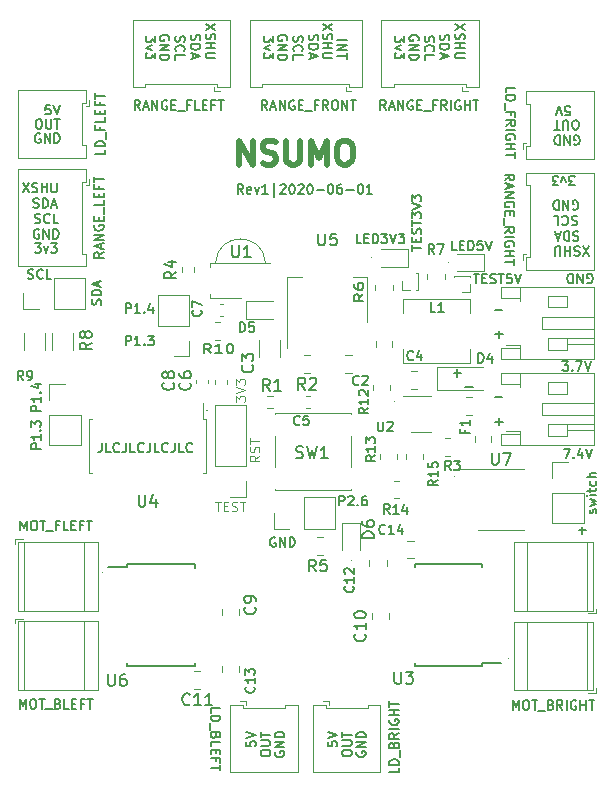
<source format=gbr>
%TF.GenerationSoftware,KiCad,Pcbnew,5.1.10*%
%TF.CreationDate,2021-06-13T09:42:38+02:00*%
%TF.ProjectId,nsumo,6e73756d-6f2e-46b6-9963-61645f706362,rev?*%
%TF.SameCoordinates,Original*%
%TF.FileFunction,Legend,Top*%
%TF.FilePolarity,Positive*%
%FSLAX46Y46*%
G04 Gerber Fmt 4.6, Leading zero omitted, Abs format (unit mm)*
G04 Created by KiCad (PCBNEW 5.1.10) date 2021-06-13 09:42:38*
%MOMM*%
%LPD*%
G01*
G04 APERTURE LIST*
%ADD10C,0.120000*%
%ADD11C,0.150000*%
%ADD12C,0.500000*%
%ADD13C,0.125000*%
G04 APERTURE END LIST*
D10*
X65050000Y-101200000D02*
G75*
G03*
X65050000Y-101200000I-50000J0D01*
G01*
X58550000Y-100800000D02*
G75*
G03*
X58550000Y-100800000I-50000J0D01*
G01*
D11*
X74819047Y-116961904D02*
X75352380Y-116961904D01*
X75009523Y-117761904D01*
X75657142Y-117685714D02*
X75695238Y-117723809D01*
X75657142Y-117761904D01*
X75619047Y-117723809D01*
X75657142Y-117685714D01*
X75657142Y-117761904D01*
X76380952Y-117228571D02*
X76380952Y-117761904D01*
X76190476Y-116923809D02*
X76000000Y-117495238D01*
X76495238Y-117495238D01*
X76685714Y-116961904D02*
X76952380Y-117761904D01*
X77219047Y-116961904D01*
X74719047Y-109561904D02*
X75214285Y-109561904D01*
X74947619Y-109866666D01*
X75061904Y-109866666D01*
X75138095Y-109904761D01*
X75176190Y-109942857D01*
X75214285Y-110019047D01*
X75214285Y-110209523D01*
X75176190Y-110285714D01*
X75138095Y-110323809D01*
X75061904Y-110361904D01*
X74833333Y-110361904D01*
X74757142Y-110323809D01*
X74719047Y-110285714D01*
X75557142Y-110285714D02*
X75595238Y-110323809D01*
X75557142Y-110361904D01*
X75519047Y-110323809D01*
X75557142Y-110285714D01*
X75557142Y-110361904D01*
X75861904Y-109561904D02*
X76395238Y-109561904D01*
X76052380Y-110361904D01*
X76585714Y-109561904D02*
X76852380Y-110361904D01*
X77119047Y-109561904D01*
D10*
X56850000Y-126400000D02*
G75*
G03*
X56850000Y-126400000I-50000J0D01*
G01*
X51050000Y-105200000D02*
G75*
G03*
X51050000Y-105200000I-50000J0D01*
G01*
D11*
X66495238Y-111757142D02*
X67104761Y-111757142D01*
X65495238Y-110557142D02*
X66104761Y-110557142D01*
X65800000Y-110861904D02*
X65800000Y-110252380D01*
D10*
X60500000Y-113000000D02*
G75*
G03*
X60500000Y-113000000I-50000J0D01*
G01*
D11*
X68995238Y-112607142D02*
X69604761Y-112607142D01*
X68995238Y-105257142D02*
X69604761Y-105257142D01*
X37738095Y-108211904D02*
X37738095Y-107411904D01*
X38042857Y-107411904D01*
X38119047Y-107450000D01*
X38157142Y-107488095D01*
X38195238Y-107564285D01*
X38195238Y-107678571D01*
X38157142Y-107754761D01*
X38119047Y-107792857D01*
X38042857Y-107830952D01*
X37738095Y-107830952D01*
X38957142Y-108211904D02*
X38500000Y-108211904D01*
X38728571Y-108211904D02*
X38728571Y-107411904D01*
X38652380Y-107526190D01*
X38576190Y-107602380D01*
X38500000Y-107640476D01*
X39300000Y-108135714D02*
X39338095Y-108173809D01*
X39300000Y-108211904D01*
X39261904Y-108173809D01*
X39300000Y-108135714D01*
X39300000Y-108211904D01*
X39604761Y-107411904D02*
X40100000Y-107411904D01*
X39833333Y-107716666D01*
X39947619Y-107716666D01*
X40023809Y-107754761D01*
X40061904Y-107792857D01*
X40100000Y-107869047D01*
X40100000Y-108059523D01*
X40061904Y-108135714D01*
X40023809Y-108173809D01*
X39947619Y-108211904D01*
X39719047Y-108211904D01*
X39642857Y-108173809D01*
X39604761Y-108135714D01*
X37738095Y-105461904D02*
X37738095Y-104661904D01*
X38042857Y-104661904D01*
X38119047Y-104700000D01*
X38157142Y-104738095D01*
X38195238Y-104814285D01*
X38195238Y-104928571D01*
X38157142Y-105004761D01*
X38119047Y-105042857D01*
X38042857Y-105080952D01*
X37738095Y-105080952D01*
X38957142Y-105461904D02*
X38500000Y-105461904D01*
X38728571Y-105461904D02*
X38728571Y-104661904D01*
X38652380Y-104776190D01*
X38576190Y-104852380D01*
X38500000Y-104890476D01*
X39300000Y-105385714D02*
X39338095Y-105423809D01*
X39300000Y-105461904D01*
X39261904Y-105423809D01*
X39300000Y-105385714D01*
X39300000Y-105461904D01*
X40023809Y-104928571D02*
X40023809Y-105461904D01*
X39833333Y-104623809D02*
X39642857Y-105195238D01*
X40138095Y-105195238D01*
D10*
X70150000Y-134700000D02*
G75*
G03*
X70150000Y-134700000I-50000J0D01*
G01*
X65600000Y-119300000D02*
G75*
G03*
X65600000Y-119300000I-50000J0D01*
G01*
X44650000Y-113700000D02*
G75*
G03*
X44650000Y-113700000I-50000J0D01*
G01*
X35800000Y-127450000D02*
G75*
G03*
X35800000Y-127450000I-50000J0D01*
G01*
D11*
X35704761Y-116461904D02*
X35704761Y-117033333D01*
X35666666Y-117147619D01*
X35590476Y-117223809D01*
X35476190Y-117261904D01*
X35400000Y-117261904D01*
X36466666Y-117261904D02*
X36085714Y-117261904D01*
X36085714Y-116461904D01*
X37190476Y-117185714D02*
X37152380Y-117223809D01*
X37038095Y-117261904D01*
X36961904Y-117261904D01*
X36847619Y-117223809D01*
X36771428Y-117147619D01*
X36733333Y-117071428D01*
X36695238Y-116919047D01*
X36695238Y-116804761D01*
X36733333Y-116652380D01*
X36771428Y-116576190D01*
X36847619Y-116500000D01*
X36961904Y-116461904D01*
X37038095Y-116461904D01*
X37152380Y-116500000D01*
X37190476Y-116538095D01*
X37761904Y-116461904D02*
X37761904Y-117033333D01*
X37723809Y-117147619D01*
X37647619Y-117223809D01*
X37533333Y-117261904D01*
X37457142Y-117261904D01*
X38523809Y-117261904D02*
X38142857Y-117261904D01*
X38142857Y-116461904D01*
X39247619Y-117185714D02*
X39209523Y-117223809D01*
X39095238Y-117261904D01*
X39019047Y-117261904D01*
X38904761Y-117223809D01*
X38828571Y-117147619D01*
X38790476Y-117071428D01*
X38752380Y-116919047D01*
X38752380Y-116804761D01*
X38790476Y-116652380D01*
X38828571Y-116576190D01*
X38904761Y-116500000D01*
X39019047Y-116461904D01*
X39095238Y-116461904D01*
X39209523Y-116500000D01*
X39247619Y-116538095D01*
X39819047Y-116461904D02*
X39819047Y-117033333D01*
X39780952Y-117147619D01*
X39704761Y-117223809D01*
X39590476Y-117261904D01*
X39514285Y-117261904D01*
X40580952Y-117261904D02*
X40200000Y-117261904D01*
X40200000Y-116461904D01*
X41304761Y-117185714D02*
X41266666Y-117223809D01*
X41152380Y-117261904D01*
X41076190Y-117261904D01*
X40961904Y-117223809D01*
X40885714Y-117147619D01*
X40847619Y-117071428D01*
X40809523Y-116919047D01*
X40809523Y-116804761D01*
X40847619Y-116652380D01*
X40885714Y-116576190D01*
X40961904Y-116500000D01*
X41076190Y-116461904D01*
X41152380Y-116461904D01*
X41266666Y-116500000D01*
X41304761Y-116538095D01*
X41876190Y-116461904D02*
X41876190Y-117033333D01*
X41838095Y-117147619D01*
X41761904Y-117223809D01*
X41647619Y-117261904D01*
X41571428Y-117261904D01*
X42638095Y-117261904D02*
X42257142Y-117261904D01*
X42257142Y-116461904D01*
X43361904Y-117185714D02*
X43323809Y-117223809D01*
X43209523Y-117261904D01*
X43133333Y-117261904D01*
X43019047Y-117223809D01*
X42942857Y-117147619D01*
X42904761Y-117071428D01*
X42866666Y-116919047D01*
X42866666Y-116804761D01*
X42904761Y-116652380D01*
X42942857Y-116576190D01*
X43019047Y-116500000D01*
X43133333Y-116461904D01*
X43209523Y-116461904D01*
X43323809Y-116500000D01*
X43361904Y-116538095D01*
X47700000Y-95361904D02*
X47433333Y-94980952D01*
X47242857Y-95361904D02*
X47242857Y-94561904D01*
X47547619Y-94561904D01*
X47623809Y-94600000D01*
X47661904Y-94638095D01*
X47700000Y-94714285D01*
X47700000Y-94828571D01*
X47661904Y-94904761D01*
X47623809Y-94942857D01*
X47547619Y-94980952D01*
X47242857Y-94980952D01*
X48347619Y-95323809D02*
X48271428Y-95361904D01*
X48119047Y-95361904D01*
X48042857Y-95323809D01*
X48004761Y-95247619D01*
X48004761Y-94942857D01*
X48042857Y-94866666D01*
X48119047Y-94828571D01*
X48271428Y-94828571D01*
X48347619Y-94866666D01*
X48385714Y-94942857D01*
X48385714Y-95019047D01*
X48004761Y-95095238D01*
X48652380Y-94828571D02*
X48842857Y-95361904D01*
X49033333Y-94828571D01*
X49757142Y-95361904D02*
X49300000Y-95361904D01*
X49528571Y-95361904D02*
X49528571Y-94561904D01*
X49452380Y-94676190D01*
X49376190Y-94752380D01*
X49300000Y-94790476D01*
X50290476Y-95628571D02*
X50290476Y-94485714D01*
X50823809Y-94638095D02*
X50861904Y-94600000D01*
X50938095Y-94561904D01*
X51128571Y-94561904D01*
X51204761Y-94600000D01*
X51242857Y-94638095D01*
X51280952Y-94714285D01*
X51280952Y-94790476D01*
X51242857Y-94904761D01*
X50785714Y-95361904D01*
X51280952Y-95361904D01*
X51776190Y-94561904D02*
X51852380Y-94561904D01*
X51928571Y-94600000D01*
X51966666Y-94638095D01*
X52004761Y-94714285D01*
X52042857Y-94866666D01*
X52042857Y-95057142D01*
X52004761Y-95209523D01*
X51966666Y-95285714D01*
X51928571Y-95323809D01*
X51852380Y-95361904D01*
X51776190Y-95361904D01*
X51700000Y-95323809D01*
X51661904Y-95285714D01*
X51623809Y-95209523D01*
X51585714Y-95057142D01*
X51585714Y-94866666D01*
X51623809Y-94714285D01*
X51661904Y-94638095D01*
X51700000Y-94600000D01*
X51776190Y-94561904D01*
X52347619Y-94638095D02*
X52385714Y-94600000D01*
X52461904Y-94561904D01*
X52652380Y-94561904D01*
X52728571Y-94600000D01*
X52766666Y-94638095D01*
X52804761Y-94714285D01*
X52804761Y-94790476D01*
X52766666Y-94904761D01*
X52309523Y-95361904D01*
X52804761Y-95361904D01*
X53300000Y-94561904D02*
X53376190Y-94561904D01*
X53452380Y-94600000D01*
X53490476Y-94638095D01*
X53528571Y-94714285D01*
X53566666Y-94866666D01*
X53566666Y-95057142D01*
X53528571Y-95209523D01*
X53490476Y-95285714D01*
X53452380Y-95323809D01*
X53376190Y-95361904D01*
X53300000Y-95361904D01*
X53223809Y-95323809D01*
X53185714Y-95285714D01*
X53147619Y-95209523D01*
X53109523Y-95057142D01*
X53109523Y-94866666D01*
X53147619Y-94714285D01*
X53185714Y-94638095D01*
X53223809Y-94600000D01*
X53300000Y-94561904D01*
X53909523Y-95057142D02*
X54519047Y-95057142D01*
X55052380Y-94561904D02*
X55128571Y-94561904D01*
X55204761Y-94600000D01*
X55242857Y-94638095D01*
X55280952Y-94714285D01*
X55319047Y-94866666D01*
X55319047Y-95057142D01*
X55280952Y-95209523D01*
X55242857Y-95285714D01*
X55204761Y-95323809D01*
X55128571Y-95361904D01*
X55052380Y-95361904D01*
X54976190Y-95323809D01*
X54938095Y-95285714D01*
X54900000Y-95209523D01*
X54861904Y-95057142D01*
X54861904Y-94866666D01*
X54900000Y-94714285D01*
X54938095Y-94638095D01*
X54976190Y-94600000D01*
X55052380Y-94561904D01*
X56004761Y-94561904D02*
X55852380Y-94561904D01*
X55776190Y-94600000D01*
X55738095Y-94638095D01*
X55661904Y-94752380D01*
X55623809Y-94904761D01*
X55623809Y-95209523D01*
X55661904Y-95285714D01*
X55700000Y-95323809D01*
X55776190Y-95361904D01*
X55928571Y-95361904D01*
X56004761Y-95323809D01*
X56042857Y-95285714D01*
X56080952Y-95209523D01*
X56080952Y-95019047D01*
X56042857Y-94942857D01*
X56004761Y-94904761D01*
X55928571Y-94866666D01*
X55776190Y-94866666D01*
X55700000Y-94904761D01*
X55661904Y-94942857D01*
X55623809Y-95019047D01*
X56423809Y-95057142D02*
X57033333Y-95057142D01*
X57566666Y-94561904D02*
X57642857Y-94561904D01*
X57719047Y-94600000D01*
X57757142Y-94638095D01*
X57795238Y-94714285D01*
X57833333Y-94866666D01*
X57833333Y-95057142D01*
X57795238Y-95209523D01*
X57757142Y-95285714D01*
X57719047Y-95323809D01*
X57642857Y-95361904D01*
X57566666Y-95361904D01*
X57490476Y-95323809D01*
X57452380Y-95285714D01*
X57414285Y-95209523D01*
X57376190Y-95057142D01*
X57376190Y-94866666D01*
X57414285Y-94714285D01*
X57452380Y-94638095D01*
X57490476Y-94600000D01*
X57566666Y-94561904D01*
X58595238Y-95361904D02*
X58138095Y-95361904D01*
X58366666Y-95361904D02*
X58366666Y-94561904D01*
X58290476Y-94676190D01*
X58214285Y-94752380D01*
X58138095Y-94790476D01*
X70490476Y-139061904D02*
X70490476Y-138261904D01*
X70757142Y-138833333D01*
X71023809Y-138261904D01*
X71023809Y-139061904D01*
X71557142Y-138261904D02*
X71709523Y-138261904D01*
X71785714Y-138300000D01*
X71861904Y-138376190D01*
X71900000Y-138528571D01*
X71900000Y-138795238D01*
X71861904Y-138947619D01*
X71785714Y-139023809D01*
X71709523Y-139061904D01*
X71557142Y-139061904D01*
X71480952Y-139023809D01*
X71404761Y-138947619D01*
X71366666Y-138795238D01*
X71366666Y-138528571D01*
X71404761Y-138376190D01*
X71480952Y-138300000D01*
X71557142Y-138261904D01*
X72128571Y-138261904D02*
X72585714Y-138261904D01*
X72357142Y-139061904D02*
X72357142Y-138261904D01*
X72661904Y-139138095D02*
X73271428Y-139138095D01*
X73728571Y-138642857D02*
X73842857Y-138680952D01*
X73880952Y-138719047D01*
X73919047Y-138795238D01*
X73919047Y-138909523D01*
X73880952Y-138985714D01*
X73842857Y-139023809D01*
X73766666Y-139061904D01*
X73461904Y-139061904D01*
X73461904Y-138261904D01*
X73728571Y-138261904D01*
X73804761Y-138300000D01*
X73842857Y-138338095D01*
X73880952Y-138414285D01*
X73880952Y-138490476D01*
X73842857Y-138566666D01*
X73804761Y-138604761D01*
X73728571Y-138642857D01*
X73461904Y-138642857D01*
X74719047Y-139061904D02*
X74452380Y-138680952D01*
X74261904Y-139061904D02*
X74261904Y-138261904D01*
X74566666Y-138261904D01*
X74642857Y-138300000D01*
X74680952Y-138338095D01*
X74719047Y-138414285D01*
X74719047Y-138528571D01*
X74680952Y-138604761D01*
X74642857Y-138642857D01*
X74566666Y-138680952D01*
X74261904Y-138680952D01*
X75061904Y-139061904D02*
X75061904Y-138261904D01*
X75861904Y-138300000D02*
X75785714Y-138261904D01*
X75671428Y-138261904D01*
X75557142Y-138300000D01*
X75480952Y-138376190D01*
X75442857Y-138452380D01*
X75404761Y-138604761D01*
X75404761Y-138719047D01*
X75442857Y-138871428D01*
X75480952Y-138947619D01*
X75557142Y-139023809D01*
X75671428Y-139061904D01*
X75747619Y-139061904D01*
X75861904Y-139023809D01*
X75900000Y-138985714D01*
X75900000Y-138719047D01*
X75747619Y-138719047D01*
X76242857Y-139061904D02*
X76242857Y-138261904D01*
X76242857Y-138642857D02*
X76700000Y-138642857D01*
X76700000Y-139061904D02*
X76700000Y-138261904D01*
X76966666Y-138261904D02*
X77423809Y-138261904D01*
X77195238Y-139061904D02*
X77195238Y-138261904D01*
D12*
X47338095Y-92904761D02*
X47338095Y-90904761D01*
X48480952Y-92904761D01*
X48480952Y-90904761D01*
X49338095Y-92809523D02*
X49623809Y-92904761D01*
X50100000Y-92904761D01*
X50290476Y-92809523D01*
X50385714Y-92714285D01*
X50480952Y-92523809D01*
X50480952Y-92333333D01*
X50385714Y-92142857D01*
X50290476Y-92047619D01*
X50100000Y-91952380D01*
X49719047Y-91857142D01*
X49528571Y-91761904D01*
X49433333Y-91666666D01*
X49338095Y-91476190D01*
X49338095Y-91285714D01*
X49433333Y-91095238D01*
X49528571Y-91000000D01*
X49719047Y-90904761D01*
X50195238Y-90904761D01*
X50480952Y-91000000D01*
X51338095Y-90904761D02*
X51338095Y-92523809D01*
X51433333Y-92714285D01*
X51528571Y-92809523D01*
X51719047Y-92904761D01*
X52100000Y-92904761D01*
X52290476Y-92809523D01*
X52385714Y-92714285D01*
X52480952Y-92523809D01*
X52480952Y-90904761D01*
X53433333Y-92904761D02*
X53433333Y-90904761D01*
X54100000Y-92333333D01*
X54766666Y-90904761D01*
X54766666Y-92904761D01*
X56100000Y-90904761D02*
X56480952Y-90904761D01*
X56671428Y-91000000D01*
X56861904Y-91190476D01*
X56957142Y-91571428D01*
X56957142Y-92238095D01*
X56861904Y-92619047D01*
X56671428Y-92809523D01*
X56480952Y-92904761D01*
X56100000Y-92904761D01*
X55909523Y-92809523D01*
X55719047Y-92619047D01*
X55623809Y-92238095D01*
X55623809Y-91571428D01*
X55719047Y-91190476D01*
X55909523Y-91000000D01*
X56100000Y-90904761D01*
D11*
X76095238Y-123857142D02*
X76704761Y-123857142D01*
X76400000Y-124161904D02*
X76400000Y-123552380D01*
X28771428Y-138961904D02*
X28771428Y-138161904D01*
X29038095Y-138733333D01*
X29304761Y-138161904D01*
X29304761Y-138961904D01*
X29838095Y-138161904D02*
X29990476Y-138161904D01*
X30066666Y-138200000D01*
X30142857Y-138276190D01*
X30180952Y-138428571D01*
X30180952Y-138695238D01*
X30142857Y-138847619D01*
X30066666Y-138923809D01*
X29990476Y-138961904D01*
X29838095Y-138961904D01*
X29761904Y-138923809D01*
X29685714Y-138847619D01*
X29647619Y-138695238D01*
X29647619Y-138428571D01*
X29685714Y-138276190D01*
X29761904Y-138200000D01*
X29838095Y-138161904D01*
X30409523Y-138161904D02*
X30866666Y-138161904D01*
X30638095Y-138961904D02*
X30638095Y-138161904D01*
X30942857Y-139038095D02*
X31552380Y-139038095D01*
X32009523Y-138542857D02*
X32123809Y-138580952D01*
X32161904Y-138619047D01*
X32200000Y-138695238D01*
X32200000Y-138809523D01*
X32161904Y-138885714D01*
X32123809Y-138923809D01*
X32047619Y-138961904D01*
X31742857Y-138961904D01*
X31742857Y-138161904D01*
X32009523Y-138161904D01*
X32085714Y-138200000D01*
X32123809Y-138238095D01*
X32161904Y-138314285D01*
X32161904Y-138390476D01*
X32123809Y-138466666D01*
X32085714Y-138504761D01*
X32009523Y-138542857D01*
X31742857Y-138542857D01*
X32923809Y-138961904D02*
X32542857Y-138961904D01*
X32542857Y-138161904D01*
X33190476Y-138542857D02*
X33457142Y-138542857D01*
X33571428Y-138961904D02*
X33190476Y-138961904D01*
X33190476Y-138161904D01*
X33571428Y-138161904D01*
X34180952Y-138542857D02*
X33914285Y-138542857D01*
X33914285Y-138961904D02*
X33914285Y-138161904D01*
X34295238Y-138161904D01*
X34485714Y-138161904D02*
X34942857Y-138161904D01*
X34714285Y-138961904D02*
X34714285Y-138161904D01*
X28828571Y-123861904D02*
X28828571Y-123061904D01*
X29095238Y-123633333D01*
X29361904Y-123061904D01*
X29361904Y-123861904D01*
X29895238Y-123061904D02*
X30047619Y-123061904D01*
X30123809Y-123100000D01*
X30200000Y-123176190D01*
X30238095Y-123328571D01*
X30238095Y-123595238D01*
X30200000Y-123747619D01*
X30123809Y-123823809D01*
X30047619Y-123861904D01*
X29895238Y-123861904D01*
X29819047Y-123823809D01*
X29742857Y-123747619D01*
X29704761Y-123595238D01*
X29704761Y-123328571D01*
X29742857Y-123176190D01*
X29819047Y-123100000D01*
X29895238Y-123061904D01*
X30466666Y-123061904D02*
X30923809Y-123061904D01*
X30695238Y-123861904D02*
X30695238Y-123061904D01*
X31000000Y-123938095D02*
X31609523Y-123938095D01*
X32066666Y-123442857D02*
X31800000Y-123442857D01*
X31800000Y-123861904D02*
X31800000Y-123061904D01*
X32180952Y-123061904D01*
X32866666Y-123861904D02*
X32485714Y-123861904D01*
X32485714Y-123061904D01*
X33133333Y-123442857D02*
X33400000Y-123442857D01*
X33514285Y-123861904D02*
X33133333Y-123861904D01*
X33133333Y-123061904D01*
X33514285Y-123061904D01*
X34123809Y-123442857D02*
X33857142Y-123442857D01*
X33857142Y-123861904D02*
X33857142Y-123061904D01*
X34238095Y-123061904D01*
X34428571Y-123061904D02*
X34885714Y-123061904D01*
X34657142Y-123861904D02*
X34657142Y-123061904D01*
D13*
X45323809Y-121461904D02*
X45780952Y-121461904D01*
X45552380Y-122261904D02*
X45552380Y-121461904D01*
X46047619Y-121842857D02*
X46314285Y-121842857D01*
X46428571Y-122261904D02*
X46047619Y-122261904D01*
X46047619Y-121461904D01*
X46428571Y-121461904D01*
X46733333Y-122223809D02*
X46847619Y-122261904D01*
X47038095Y-122261904D01*
X47114285Y-122223809D01*
X47152380Y-122185714D01*
X47190476Y-122109523D01*
X47190476Y-122033333D01*
X47152380Y-121957142D01*
X47114285Y-121919047D01*
X47038095Y-121880952D01*
X46885714Y-121842857D01*
X46809523Y-121804761D01*
X46771428Y-121766666D01*
X46733333Y-121690476D01*
X46733333Y-121614285D01*
X46771428Y-121538095D01*
X46809523Y-121500000D01*
X46885714Y-121461904D01*
X47076190Y-121461904D01*
X47190476Y-121500000D01*
X47419047Y-121461904D02*
X47876190Y-121461904D01*
X47647619Y-122261904D02*
X47647619Y-121461904D01*
D11*
X50390476Y-124500000D02*
X50314285Y-124461904D01*
X50200000Y-124461904D01*
X50085714Y-124500000D01*
X50009523Y-124576190D01*
X49971428Y-124652380D01*
X49933333Y-124804761D01*
X49933333Y-124919047D01*
X49971428Y-125071428D01*
X50009523Y-125147619D01*
X50085714Y-125223809D01*
X50200000Y-125261904D01*
X50276190Y-125261904D01*
X50390476Y-125223809D01*
X50428571Y-125185714D01*
X50428571Y-124919047D01*
X50276190Y-124919047D01*
X50771428Y-125261904D02*
X50771428Y-124461904D01*
X51228571Y-125261904D01*
X51228571Y-124461904D01*
X51609523Y-125261904D02*
X51609523Y-124461904D01*
X51800000Y-124461904D01*
X51914285Y-124500000D01*
X51990476Y-124576190D01*
X52028571Y-124652380D01*
X52066666Y-124804761D01*
X52066666Y-124919047D01*
X52028571Y-125071428D01*
X51990476Y-125147619D01*
X51914285Y-125223809D01*
X51800000Y-125261904D01*
X51609523Y-125261904D01*
X55838095Y-121761904D02*
X55838095Y-120961904D01*
X56142857Y-120961904D01*
X56219047Y-121000000D01*
X56257142Y-121038095D01*
X56295238Y-121114285D01*
X56295238Y-121228571D01*
X56257142Y-121304761D01*
X56219047Y-121342857D01*
X56142857Y-121380952D01*
X55838095Y-121380952D01*
X56600000Y-121038095D02*
X56638095Y-121000000D01*
X56714285Y-120961904D01*
X56904761Y-120961904D01*
X56980952Y-121000000D01*
X57019047Y-121038095D01*
X57057142Y-121114285D01*
X57057142Y-121190476D01*
X57019047Y-121304761D01*
X56561904Y-121761904D01*
X57057142Y-121761904D01*
X57400000Y-121685714D02*
X57438095Y-121723809D01*
X57400000Y-121761904D01*
X57361904Y-121723809D01*
X57400000Y-121685714D01*
X57400000Y-121761904D01*
X58123809Y-120961904D02*
X57971428Y-120961904D01*
X57895238Y-121000000D01*
X57857142Y-121038095D01*
X57780952Y-121152380D01*
X57742857Y-121304761D01*
X57742857Y-121609523D01*
X57780952Y-121685714D01*
X57819047Y-121723809D01*
X57895238Y-121761904D01*
X58047619Y-121761904D01*
X58123809Y-121723809D01*
X58161904Y-121685714D01*
X58200000Y-121609523D01*
X58200000Y-121419047D01*
X58161904Y-121342857D01*
X58123809Y-121304761D01*
X58047619Y-121266666D01*
X57895238Y-121266666D01*
X57819047Y-121304761D01*
X57780952Y-121342857D01*
X57742857Y-121419047D01*
D13*
X47061904Y-112990476D02*
X47061904Y-112495238D01*
X47366666Y-112761904D01*
X47366666Y-112647619D01*
X47404761Y-112571428D01*
X47442857Y-112533333D01*
X47519047Y-112495238D01*
X47709523Y-112495238D01*
X47785714Y-112533333D01*
X47823809Y-112571428D01*
X47861904Y-112647619D01*
X47861904Y-112876190D01*
X47823809Y-112952380D01*
X47785714Y-112990476D01*
X47061904Y-112266666D02*
X47861904Y-112000000D01*
X47061904Y-111733333D01*
X47061904Y-111542857D02*
X47061904Y-111047619D01*
X47366666Y-111314285D01*
X47366666Y-111200000D01*
X47404761Y-111123809D01*
X47442857Y-111085714D01*
X47519047Y-111047619D01*
X47709523Y-111047619D01*
X47785714Y-111085714D01*
X47823809Y-111123809D01*
X47861904Y-111200000D01*
X47861904Y-111428571D01*
X47823809Y-111504761D01*
X47785714Y-111542857D01*
X49061904Y-117538095D02*
X48680952Y-117804761D01*
X49061904Y-117995238D02*
X48261904Y-117995238D01*
X48261904Y-117690476D01*
X48300000Y-117614285D01*
X48338095Y-117576190D01*
X48414285Y-117538095D01*
X48528571Y-117538095D01*
X48604761Y-117576190D01*
X48642857Y-117614285D01*
X48680952Y-117690476D01*
X48680952Y-117995238D01*
X49023809Y-117233333D02*
X49061904Y-117119047D01*
X49061904Y-116928571D01*
X49023809Y-116852380D01*
X48985714Y-116814285D01*
X48909523Y-116776190D01*
X48833333Y-116776190D01*
X48757142Y-116814285D01*
X48719047Y-116852380D01*
X48680952Y-116928571D01*
X48642857Y-117080952D01*
X48604761Y-117157142D01*
X48566666Y-117195238D01*
X48490476Y-117233333D01*
X48414285Y-117233333D01*
X48338095Y-117195238D01*
X48300000Y-117157142D01*
X48261904Y-117080952D01*
X48261904Y-116890476D01*
X48300000Y-116776190D01*
X48261904Y-116547619D02*
X48261904Y-116090476D01*
X49061904Y-116319047D02*
X48261904Y-116319047D01*
D11*
X65761904Y-100161904D02*
X65380952Y-100161904D01*
X65380952Y-99361904D01*
X66028571Y-99742857D02*
X66295238Y-99742857D01*
X66409523Y-100161904D02*
X66028571Y-100161904D01*
X66028571Y-99361904D01*
X66409523Y-99361904D01*
X66752380Y-100161904D02*
X66752380Y-99361904D01*
X66942857Y-99361904D01*
X67057142Y-99400000D01*
X67133333Y-99476190D01*
X67171428Y-99552380D01*
X67209523Y-99704761D01*
X67209523Y-99819047D01*
X67171428Y-99971428D01*
X67133333Y-100047619D01*
X67057142Y-100123809D01*
X66942857Y-100161904D01*
X66752380Y-100161904D01*
X67933333Y-99361904D02*
X67552380Y-99361904D01*
X67514285Y-99742857D01*
X67552380Y-99704761D01*
X67628571Y-99666666D01*
X67819047Y-99666666D01*
X67895238Y-99704761D01*
X67933333Y-99742857D01*
X67971428Y-99819047D01*
X67971428Y-100009523D01*
X67933333Y-100085714D01*
X67895238Y-100123809D01*
X67819047Y-100161904D01*
X67628571Y-100161904D01*
X67552380Y-100123809D01*
X67514285Y-100085714D01*
X68200000Y-99361904D02*
X68466666Y-100161904D01*
X68733333Y-99361904D01*
X57680952Y-99561904D02*
X57300000Y-99561904D01*
X57300000Y-98761904D01*
X57947619Y-99142857D02*
X58214285Y-99142857D01*
X58328571Y-99561904D02*
X57947619Y-99561904D01*
X57947619Y-98761904D01*
X58328571Y-98761904D01*
X58671428Y-99561904D02*
X58671428Y-98761904D01*
X58861904Y-98761904D01*
X58976190Y-98800000D01*
X59052380Y-98876190D01*
X59090476Y-98952380D01*
X59128571Y-99104761D01*
X59128571Y-99219047D01*
X59090476Y-99371428D01*
X59052380Y-99447619D01*
X58976190Y-99523809D01*
X58861904Y-99561904D01*
X58671428Y-99561904D01*
X59395238Y-98761904D02*
X59890476Y-98761904D01*
X59623809Y-99066666D01*
X59738095Y-99066666D01*
X59814285Y-99104761D01*
X59852380Y-99142857D01*
X59890476Y-99219047D01*
X59890476Y-99409523D01*
X59852380Y-99485714D01*
X59814285Y-99523809D01*
X59738095Y-99561904D01*
X59509523Y-99561904D01*
X59433333Y-99523809D01*
X59395238Y-99485714D01*
X60119047Y-98761904D02*
X60385714Y-99561904D01*
X60652380Y-98761904D01*
X60842857Y-98761904D02*
X61338095Y-98761904D01*
X61071428Y-99066666D01*
X61185714Y-99066666D01*
X61261904Y-99104761D01*
X61299999Y-99142857D01*
X61338095Y-99219047D01*
X61338095Y-99409523D01*
X61299999Y-99485714D01*
X61261904Y-99523809D01*
X61185714Y-99561904D01*
X60957142Y-99561904D01*
X60880952Y-99523809D01*
X60842857Y-99485714D01*
X67200000Y-102161904D02*
X67657142Y-102161904D01*
X67428571Y-102961904D02*
X67428571Y-102161904D01*
X67923809Y-102542857D02*
X68190476Y-102542857D01*
X68304761Y-102961904D02*
X67923809Y-102961904D01*
X67923809Y-102161904D01*
X68304761Y-102161904D01*
X68609523Y-102923809D02*
X68723809Y-102961904D01*
X68914285Y-102961904D01*
X68990476Y-102923809D01*
X69028571Y-102885714D01*
X69066666Y-102809523D01*
X69066666Y-102733333D01*
X69028571Y-102657142D01*
X68990476Y-102619047D01*
X68914285Y-102580952D01*
X68761904Y-102542857D01*
X68685714Y-102504761D01*
X68647619Y-102466666D01*
X68609523Y-102390476D01*
X68609523Y-102314285D01*
X68647619Y-102238095D01*
X68685714Y-102200000D01*
X68761904Y-102161904D01*
X68952380Y-102161904D01*
X69066666Y-102200000D01*
X69295238Y-102161904D02*
X69752380Y-102161904D01*
X69523809Y-102961904D02*
X69523809Y-102161904D01*
X70400000Y-102161904D02*
X70019047Y-102161904D01*
X69980952Y-102542857D01*
X70019047Y-102504761D01*
X70095238Y-102466666D01*
X70285714Y-102466666D01*
X70361904Y-102504761D01*
X70400000Y-102542857D01*
X70438095Y-102619047D01*
X70438095Y-102809523D01*
X70400000Y-102885714D01*
X70361904Y-102923809D01*
X70285714Y-102961904D01*
X70095238Y-102961904D01*
X70019047Y-102923809D01*
X69980952Y-102885714D01*
X70666666Y-102161904D02*
X70933333Y-102961904D01*
X71200000Y-102161904D01*
X61961904Y-100180952D02*
X61961904Y-99723809D01*
X62761904Y-99952380D02*
X61961904Y-99952380D01*
X62342857Y-99457142D02*
X62342857Y-99190476D01*
X62761904Y-99076190D02*
X62761904Y-99457142D01*
X61961904Y-99457142D01*
X61961904Y-99076190D01*
X62723809Y-98771428D02*
X62761904Y-98657142D01*
X62761904Y-98466666D01*
X62723809Y-98390476D01*
X62685714Y-98352380D01*
X62609523Y-98314285D01*
X62533333Y-98314285D01*
X62457142Y-98352380D01*
X62419047Y-98390476D01*
X62380952Y-98466666D01*
X62342857Y-98619047D01*
X62304761Y-98695238D01*
X62266666Y-98733333D01*
X62190476Y-98771428D01*
X62114285Y-98771428D01*
X62038095Y-98733333D01*
X62000000Y-98695238D01*
X61961904Y-98619047D01*
X61961904Y-98428571D01*
X62000000Y-98314285D01*
X61961904Y-98085714D02*
X61961904Y-97628571D01*
X62761904Y-97857142D02*
X61961904Y-97857142D01*
X61961904Y-97438095D02*
X61961904Y-96942857D01*
X62266666Y-97209523D01*
X62266666Y-97095238D01*
X62304761Y-97019047D01*
X62342857Y-96980952D01*
X62419047Y-96942857D01*
X62609523Y-96942857D01*
X62685714Y-96980952D01*
X62723809Y-97019047D01*
X62761904Y-97095238D01*
X62761904Y-97323809D01*
X62723809Y-97400000D01*
X62685714Y-97438095D01*
X61961904Y-96714285D02*
X62761904Y-96447619D01*
X61961904Y-96180952D01*
X61961904Y-95990476D02*
X61961904Y-95495238D01*
X62266666Y-95761904D01*
X62266666Y-95647619D01*
X62304761Y-95571428D01*
X62342857Y-95533333D01*
X62419047Y-95495238D01*
X62609523Y-95495238D01*
X62685714Y-95533333D01*
X62723809Y-95571428D01*
X62761904Y-95647619D01*
X62761904Y-95876190D01*
X62723809Y-95952380D01*
X62685714Y-95990476D01*
X77523809Y-122414285D02*
X77561904Y-122338095D01*
X77561904Y-122185714D01*
X77523809Y-122109523D01*
X77447619Y-122071428D01*
X77409523Y-122071428D01*
X77333333Y-122109523D01*
X77295238Y-122185714D01*
X77295238Y-122300000D01*
X77257142Y-122376190D01*
X77180952Y-122414285D01*
X77142857Y-122414285D01*
X77066666Y-122376190D01*
X77028571Y-122300000D01*
X77028571Y-122185714D01*
X77066666Y-122109523D01*
X77028571Y-121804761D02*
X77561904Y-121652380D01*
X77180952Y-121500000D01*
X77561904Y-121347619D01*
X77028571Y-121195238D01*
X77561904Y-120890476D02*
X77028571Y-120890476D01*
X76761904Y-120890476D02*
X76800000Y-120928571D01*
X76838095Y-120890476D01*
X76800000Y-120852380D01*
X76761904Y-120890476D01*
X76838095Y-120890476D01*
X77028571Y-120623809D02*
X77028571Y-120319047D01*
X76761904Y-120509523D02*
X77447619Y-120509523D01*
X77523809Y-120471428D01*
X77561904Y-120395238D01*
X77561904Y-120319047D01*
X77523809Y-119709523D02*
X77561904Y-119785714D01*
X77561904Y-119938095D01*
X77523809Y-120014285D01*
X77485714Y-120052380D01*
X77409523Y-120090476D01*
X77180952Y-120090476D01*
X77104761Y-120052380D01*
X77066666Y-120014285D01*
X77028571Y-119938095D01*
X77028571Y-119785714D01*
X77066666Y-119709523D01*
X77561904Y-119366666D02*
X76761904Y-119366666D01*
X77561904Y-119023809D02*
X77142857Y-119023809D01*
X77066666Y-119061904D01*
X77028571Y-119138095D01*
X77028571Y-119252380D01*
X77066666Y-119328571D01*
X77104761Y-119366666D01*
X69045238Y-114657142D02*
X69654761Y-114657142D01*
X69350000Y-114961904D02*
X69350000Y-114352380D01*
X69045238Y-107257142D02*
X69654761Y-107257142D01*
X69350000Y-107561904D02*
X69350000Y-106952380D01*
X76809523Y-102889000D02*
X76885714Y-102927095D01*
X77000000Y-102927095D01*
X77114285Y-102889000D01*
X77190476Y-102812809D01*
X77228571Y-102736619D01*
X77266666Y-102584238D01*
X77266666Y-102469952D01*
X77228571Y-102317571D01*
X77190476Y-102241380D01*
X77114285Y-102165190D01*
X77000000Y-102127095D01*
X76923809Y-102127095D01*
X76809523Y-102165190D01*
X76771428Y-102203285D01*
X76771428Y-102469952D01*
X76923809Y-102469952D01*
X76428571Y-102127095D02*
X76428571Y-102927095D01*
X75971428Y-102127095D01*
X75971428Y-102927095D01*
X75590476Y-102127095D02*
X75590476Y-102927095D01*
X75400000Y-102927095D01*
X75285714Y-102889000D01*
X75209523Y-102812809D01*
X75171428Y-102736619D01*
X75133333Y-102584238D01*
X75133333Y-102469952D01*
X75171428Y-102317571D01*
X75209523Y-102241380D01*
X75285714Y-102165190D01*
X75400000Y-102127095D01*
X75590476Y-102127095D01*
X44938095Y-139309523D02*
X44938095Y-138928571D01*
X45738095Y-138928571D01*
X44938095Y-139576190D02*
X45738095Y-139576190D01*
X45738095Y-139766666D01*
X45700000Y-139880952D01*
X45623809Y-139957142D01*
X45547619Y-139995238D01*
X45395238Y-140033333D01*
X45280952Y-140033333D01*
X45128571Y-139995238D01*
X45052380Y-139957142D01*
X44976190Y-139880952D01*
X44938095Y-139766666D01*
X44938095Y-139576190D01*
X44861904Y-140185714D02*
X44861904Y-140795238D01*
X45357142Y-141252380D02*
X45319047Y-141366666D01*
X45280952Y-141404761D01*
X45204761Y-141442857D01*
X45090476Y-141442857D01*
X45014285Y-141404761D01*
X44976190Y-141366666D01*
X44938095Y-141290476D01*
X44938095Y-140985714D01*
X45738095Y-140985714D01*
X45738095Y-141252380D01*
X45700000Y-141328571D01*
X45661904Y-141366666D01*
X45585714Y-141404761D01*
X45509523Y-141404761D01*
X45433333Y-141366666D01*
X45395238Y-141328571D01*
X45357142Y-141252380D01*
X45357142Y-140985714D01*
X44938095Y-142166666D02*
X44938095Y-141785714D01*
X45738095Y-141785714D01*
X45357142Y-142433333D02*
X45357142Y-142700000D01*
X44938095Y-142814285D02*
X44938095Y-142433333D01*
X45738095Y-142433333D01*
X45738095Y-142814285D01*
X45357142Y-143423809D02*
X45357142Y-143157142D01*
X44938095Y-143157142D02*
X45738095Y-143157142D01*
X45738095Y-143538095D01*
X45738095Y-143728571D02*
X45738095Y-144185714D01*
X44938095Y-143957142D02*
X45738095Y-143957142D01*
X60861904Y-143971428D02*
X60861904Y-144352380D01*
X60061904Y-144352380D01*
X60861904Y-143704761D02*
X60061904Y-143704761D01*
X60061904Y-143514285D01*
X60100000Y-143400000D01*
X60176190Y-143323809D01*
X60252380Y-143285714D01*
X60404761Y-143247619D01*
X60519047Y-143247619D01*
X60671428Y-143285714D01*
X60747619Y-143323809D01*
X60823809Y-143400000D01*
X60861904Y-143514285D01*
X60861904Y-143704761D01*
X60938095Y-143095238D02*
X60938095Y-142485714D01*
X60442857Y-142028571D02*
X60480952Y-141914285D01*
X60519047Y-141876190D01*
X60595238Y-141838095D01*
X60709523Y-141838095D01*
X60785714Y-141876190D01*
X60823809Y-141914285D01*
X60861904Y-141990476D01*
X60861904Y-142295238D01*
X60061904Y-142295238D01*
X60061904Y-142028571D01*
X60100000Y-141952380D01*
X60138095Y-141914285D01*
X60214285Y-141876190D01*
X60290476Y-141876190D01*
X60366666Y-141914285D01*
X60404761Y-141952380D01*
X60442857Y-142028571D01*
X60442857Y-142295238D01*
X60861904Y-141038095D02*
X60480952Y-141304761D01*
X60861904Y-141495238D02*
X60061904Y-141495238D01*
X60061904Y-141190476D01*
X60100000Y-141114285D01*
X60138095Y-141076190D01*
X60214285Y-141038095D01*
X60328571Y-141038095D01*
X60404761Y-141076190D01*
X60442857Y-141114285D01*
X60480952Y-141190476D01*
X60480952Y-141495238D01*
X60861904Y-140695238D02*
X60061904Y-140695238D01*
X60100000Y-139895238D02*
X60061904Y-139971428D01*
X60061904Y-140085714D01*
X60100000Y-140200000D01*
X60176190Y-140276190D01*
X60252380Y-140314285D01*
X60404761Y-140352380D01*
X60519047Y-140352380D01*
X60671428Y-140314285D01*
X60747619Y-140276190D01*
X60823809Y-140200000D01*
X60861904Y-140085714D01*
X60861904Y-140009523D01*
X60823809Y-139895238D01*
X60785714Y-139857142D01*
X60519047Y-139857142D01*
X60519047Y-140009523D01*
X60861904Y-139514285D02*
X60061904Y-139514285D01*
X60442857Y-139514285D02*
X60442857Y-139057142D01*
X60861904Y-139057142D02*
X60061904Y-139057142D01*
X60061904Y-138790476D02*
X60061904Y-138333333D01*
X60861904Y-138561904D02*
X60061904Y-138561904D01*
X49161904Y-142800000D02*
X49161904Y-142647619D01*
X49200000Y-142571428D01*
X49276190Y-142495238D01*
X49428571Y-142457142D01*
X49695238Y-142457142D01*
X49847619Y-142495238D01*
X49923809Y-142571428D01*
X49961904Y-142647619D01*
X49961904Y-142800000D01*
X49923809Y-142876190D01*
X49847619Y-142952380D01*
X49695238Y-142990476D01*
X49428571Y-142990476D01*
X49276190Y-142952380D01*
X49200000Y-142876190D01*
X49161904Y-142800000D01*
X49161904Y-142114285D02*
X49809523Y-142114285D01*
X49885714Y-142076190D01*
X49923809Y-142038095D01*
X49961904Y-141961904D01*
X49961904Y-141809523D01*
X49923809Y-141733333D01*
X49885714Y-141695238D01*
X49809523Y-141657142D01*
X49161904Y-141657142D01*
X49161904Y-141390476D02*
X49161904Y-140933333D01*
X49961904Y-141161904D02*
X49161904Y-141161904D01*
X47961904Y-141752380D02*
X47961904Y-142133333D01*
X48342857Y-142171428D01*
X48304761Y-142133333D01*
X48266666Y-142057142D01*
X48266666Y-141866666D01*
X48304761Y-141790476D01*
X48342857Y-141752380D01*
X48419047Y-141714285D01*
X48609523Y-141714285D01*
X48685714Y-141752380D01*
X48723809Y-141790476D01*
X48761904Y-141866666D01*
X48761904Y-142057142D01*
X48723809Y-142133333D01*
X48685714Y-142171428D01*
X47961904Y-141485714D02*
X48761904Y-141219047D01*
X47961904Y-140952380D01*
X50400000Y-142609523D02*
X50361904Y-142685714D01*
X50361904Y-142800000D01*
X50400000Y-142914285D01*
X50476190Y-142990476D01*
X50552380Y-143028571D01*
X50704761Y-143066666D01*
X50819047Y-143066666D01*
X50971428Y-143028571D01*
X51047619Y-142990476D01*
X51123809Y-142914285D01*
X51161904Y-142800000D01*
X51161904Y-142723809D01*
X51123809Y-142609523D01*
X51085714Y-142571428D01*
X50819047Y-142571428D01*
X50819047Y-142723809D01*
X51161904Y-142228571D02*
X50361904Y-142228571D01*
X51161904Y-141771428D01*
X50361904Y-141771428D01*
X51161904Y-141390476D02*
X50361904Y-141390476D01*
X50361904Y-141200000D01*
X50400000Y-141085714D01*
X50476190Y-141009523D01*
X50552380Y-140971428D01*
X50704761Y-140933333D01*
X50819047Y-140933333D01*
X50971428Y-140971428D01*
X51047619Y-141009523D01*
X51123809Y-141085714D01*
X51161904Y-141200000D01*
X51161904Y-141390476D01*
X56061904Y-142800000D02*
X56061904Y-142647619D01*
X56100000Y-142571428D01*
X56176190Y-142495238D01*
X56328571Y-142457142D01*
X56595238Y-142457142D01*
X56747619Y-142495238D01*
X56823809Y-142571428D01*
X56861904Y-142647619D01*
X56861904Y-142800000D01*
X56823809Y-142876190D01*
X56747619Y-142952380D01*
X56595238Y-142990476D01*
X56328571Y-142990476D01*
X56176190Y-142952380D01*
X56100000Y-142876190D01*
X56061904Y-142800000D01*
X56061904Y-142114285D02*
X56709523Y-142114285D01*
X56785714Y-142076190D01*
X56823809Y-142038095D01*
X56861904Y-141961904D01*
X56861904Y-141809523D01*
X56823809Y-141733333D01*
X56785714Y-141695238D01*
X56709523Y-141657142D01*
X56061904Y-141657142D01*
X56061904Y-141390476D02*
X56061904Y-140933333D01*
X56861904Y-141161904D02*
X56061904Y-141161904D01*
X54861904Y-141752380D02*
X54861904Y-142133333D01*
X55242857Y-142171428D01*
X55204761Y-142133333D01*
X55166666Y-142057142D01*
X55166666Y-141866666D01*
X55204761Y-141790476D01*
X55242857Y-141752380D01*
X55319047Y-141714285D01*
X55509523Y-141714285D01*
X55585714Y-141752380D01*
X55623809Y-141790476D01*
X55661904Y-141866666D01*
X55661904Y-142057142D01*
X55623809Y-142133333D01*
X55585714Y-142171428D01*
X54861904Y-141485714D02*
X55661904Y-141219047D01*
X54861904Y-140952380D01*
X57300000Y-142609523D02*
X57261904Y-142685714D01*
X57261904Y-142800000D01*
X57300000Y-142914285D01*
X57376190Y-142990476D01*
X57452380Y-143028571D01*
X57604761Y-143066666D01*
X57719047Y-143066666D01*
X57871428Y-143028571D01*
X57947619Y-142990476D01*
X58023809Y-142914285D01*
X58061904Y-142800000D01*
X58061904Y-142723809D01*
X58023809Y-142609523D01*
X57985714Y-142571428D01*
X57719047Y-142571428D01*
X57719047Y-142723809D01*
X58061904Y-142228571D02*
X57261904Y-142228571D01*
X58061904Y-141771428D01*
X57261904Y-141771428D01*
X58061904Y-141390476D02*
X57261904Y-141390476D01*
X57261904Y-141200000D01*
X57300000Y-141085714D01*
X57376190Y-141009523D01*
X57452380Y-140971428D01*
X57604761Y-140933333D01*
X57719047Y-140933333D01*
X57871428Y-140971428D01*
X57947619Y-141009523D01*
X58023809Y-141085714D01*
X58061904Y-141200000D01*
X58061904Y-141390476D01*
X55638095Y-82376190D02*
X56438095Y-82376190D01*
X55638095Y-82757142D02*
X56438095Y-82757142D01*
X55638095Y-83214285D01*
X56438095Y-83214285D01*
X56438095Y-83480952D02*
X56438095Y-83938095D01*
X55638095Y-83709523D02*
X56438095Y-83709523D01*
X55238095Y-81014285D02*
X54438095Y-81547619D01*
X55238095Y-81547619D02*
X54438095Y-81014285D01*
X54476190Y-81814285D02*
X54438095Y-81928571D01*
X54438095Y-82119047D01*
X54476190Y-82195238D01*
X54514285Y-82233333D01*
X54590476Y-82271428D01*
X54666666Y-82271428D01*
X54742857Y-82233333D01*
X54780952Y-82195238D01*
X54819047Y-82119047D01*
X54857142Y-81966666D01*
X54895238Y-81890476D01*
X54933333Y-81852380D01*
X55009523Y-81814285D01*
X55085714Y-81814285D01*
X55161904Y-81852380D01*
X55200000Y-81890476D01*
X55238095Y-81966666D01*
X55238095Y-82157142D01*
X55200000Y-82271428D01*
X54438095Y-82614285D02*
X55238095Y-82614285D01*
X54857142Y-82614285D02*
X54857142Y-83071428D01*
X54438095Y-83071428D02*
X55238095Y-83071428D01*
X55238095Y-83452380D02*
X54590476Y-83452380D01*
X54514285Y-83490476D01*
X54476190Y-83528571D01*
X54438095Y-83604761D01*
X54438095Y-83757142D01*
X54476190Y-83833333D01*
X54514285Y-83871428D01*
X54590476Y-83909523D01*
X55238095Y-83909523D01*
X50238095Y-82047619D02*
X50238095Y-82542857D01*
X49933333Y-82276190D01*
X49933333Y-82390476D01*
X49895238Y-82466666D01*
X49857142Y-82504761D01*
X49780952Y-82542857D01*
X49590476Y-82542857D01*
X49514285Y-82504761D01*
X49476190Y-82466666D01*
X49438095Y-82390476D01*
X49438095Y-82161904D01*
X49476190Y-82085714D01*
X49514285Y-82047619D01*
X49971428Y-82809523D02*
X49438095Y-83000000D01*
X49971428Y-83190476D01*
X50238095Y-83419047D02*
X50238095Y-83914285D01*
X49933333Y-83647619D01*
X49933333Y-83761904D01*
X49895238Y-83838095D01*
X49857142Y-83876190D01*
X49780952Y-83914285D01*
X49590476Y-83914285D01*
X49514285Y-83876190D01*
X49476190Y-83838095D01*
X49438095Y-83761904D01*
X49438095Y-83533333D01*
X49476190Y-83457142D01*
X49514285Y-83419047D01*
X51400000Y-82390476D02*
X51438095Y-82314285D01*
X51438095Y-82200000D01*
X51400000Y-82085714D01*
X51323809Y-82009523D01*
X51247619Y-81971428D01*
X51095238Y-81933333D01*
X50980952Y-81933333D01*
X50828571Y-81971428D01*
X50752380Y-82009523D01*
X50676190Y-82085714D01*
X50638095Y-82200000D01*
X50638095Y-82276190D01*
X50676190Y-82390476D01*
X50714285Y-82428571D01*
X50980952Y-82428571D01*
X50980952Y-82276190D01*
X50638095Y-82771428D02*
X51438095Y-82771428D01*
X50638095Y-83228571D01*
X51438095Y-83228571D01*
X50638095Y-83609523D02*
X51438095Y-83609523D01*
X51438095Y-83800000D01*
X51400000Y-83914285D01*
X51323809Y-83990476D01*
X51247619Y-84028571D01*
X51095238Y-84066666D01*
X50980952Y-84066666D01*
X50828571Y-84028571D01*
X50752380Y-83990476D01*
X50676190Y-83914285D01*
X50638095Y-83800000D01*
X50638095Y-83609523D01*
X53276190Y-81928571D02*
X53238095Y-82042857D01*
X53238095Y-82233333D01*
X53276190Y-82309523D01*
X53314285Y-82347619D01*
X53390476Y-82385714D01*
X53466666Y-82385714D01*
X53542857Y-82347619D01*
X53580952Y-82309523D01*
X53619047Y-82233333D01*
X53657142Y-82080952D01*
X53695238Y-82004761D01*
X53733333Y-81966666D01*
X53809523Y-81928571D01*
X53885714Y-81928571D01*
X53961904Y-81966666D01*
X54000000Y-82004761D01*
X54038095Y-82080952D01*
X54038095Y-82271428D01*
X54000000Y-82385714D01*
X53238095Y-82728571D02*
X54038095Y-82728571D01*
X54038095Y-82919047D01*
X54000000Y-83033333D01*
X53923809Y-83109523D01*
X53847619Y-83147619D01*
X53695238Y-83185714D01*
X53580952Y-83185714D01*
X53428571Y-83147619D01*
X53352380Y-83109523D01*
X53276190Y-83033333D01*
X53238095Y-82919047D01*
X53238095Y-82728571D01*
X53466666Y-83490476D02*
X53466666Y-83871428D01*
X53238095Y-83414285D02*
X54038095Y-83680952D01*
X53238095Y-83947619D01*
X51976190Y-82047619D02*
X51938095Y-82161904D01*
X51938095Y-82352380D01*
X51976190Y-82428571D01*
X52014285Y-82466666D01*
X52090476Y-82504761D01*
X52166666Y-82504761D01*
X52242857Y-82466666D01*
X52280952Y-82428571D01*
X52319047Y-82352380D01*
X52357142Y-82200000D01*
X52395238Y-82123809D01*
X52433333Y-82085714D01*
X52509523Y-82047619D01*
X52585714Y-82047619D01*
X52661904Y-82085714D01*
X52700000Y-82123809D01*
X52738095Y-82200000D01*
X52738095Y-82390476D01*
X52700000Y-82504761D01*
X52014285Y-83304761D02*
X51976190Y-83266666D01*
X51938095Y-83152380D01*
X51938095Y-83076190D01*
X51976190Y-82961904D01*
X52052380Y-82885714D01*
X52128571Y-82847619D01*
X52280952Y-82809523D01*
X52395238Y-82809523D01*
X52547619Y-82847619D01*
X52623809Y-82885714D01*
X52700000Y-82961904D01*
X52738095Y-83076190D01*
X52738095Y-83152380D01*
X52700000Y-83266666D01*
X52661904Y-83304761D01*
X51938095Y-84028571D02*
X51938095Y-83647619D01*
X52738095Y-83647619D01*
X75900000Y-89938095D02*
X75747619Y-89938095D01*
X75671428Y-89900000D01*
X75595238Y-89823809D01*
X75557142Y-89671428D01*
X75557142Y-89404761D01*
X75595238Y-89252380D01*
X75671428Y-89176190D01*
X75747619Y-89138095D01*
X75900000Y-89138095D01*
X75976190Y-89176190D01*
X76052380Y-89252380D01*
X76090476Y-89404761D01*
X76090476Y-89671428D01*
X76052380Y-89823809D01*
X75976190Y-89900000D01*
X75900000Y-89938095D01*
X75214285Y-89938095D02*
X75214285Y-89290476D01*
X75176190Y-89214285D01*
X75138095Y-89176190D01*
X75061904Y-89138095D01*
X74909523Y-89138095D01*
X74833333Y-89176190D01*
X74795238Y-89214285D01*
X74757142Y-89290476D01*
X74757142Y-89938095D01*
X74490476Y-89938095D02*
X74033333Y-89938095D01*
X74261904Y-89138095D02*
X74261904Y-89938095D01*
X74952380Y-88738095D02*
X75333333Y-88738095D01*
X75371428Y-88357142D01*
X75333333Y-88395238D01*
X75257142Y-88433333D01*
X75066666Y-88433333D01*
X74990476Y-88395238D01*
X74952380Y-88357142D01*
X74914285Y-88280952D01*
X74914285Y-88090476D01*
X74952380Y-88014285D01*
X74990476Y-87976190D01*
X75066666Y-87938095D01*
X75257142Y-87938095D01*
X75333333Y-87976190D01*
X75371428Y-88014285D01*
X74685714Y-88738095D02*
X74419047Y-87938095D01*
X74152380Y-88738095D01*
X75709523Y-91200000D02*
X75785714Y-91238095D01*
X75900000Y-91238095D01*
X76014285Y-91200000D01*
X76090476Y-91123809D01*
X76128571Y-91047619D01*
X76166666Y-90895238D01*
X76166666Y-90780952D01*
X76128571Y-90628571D01*
X76090476Y-90552380D01*
X76014285Y-90476190D01*
X75900000Y-90438095D01*
X75823809Y-90438095D01*
X75709523Y-90476190D01*
X75671428Y-90514285D01*
X75671428Y-90780952D01*
X75823809Y-90780952D01*
X75328571Y-90438095D02*
X75328571Y-91238095D01*
X74871428Y-90438095D01*
X74871428Y-91238095D01*
X74490476Y-90438095D02*
X74490476Y-91238095D01*
X74300000Y-91238095D01*
X74185714Y-91200000D01*
X74109523Y-91123809D01*
X74071428Y-91047619D01*
X74033333Y-90895238D01*
X74033333Y-90780952D01*
X74071428Y-90628571D01*
X74109523Y-90552380D01*
X74185714Y-90476190D01*
X74300000Y-90438095D01*
X74490476Y-90438095D01*
X75752380Y-94638095D02*
X75257142Y-94638095D01*
X75523809Y-94333333D01*
X75409523Y-94333333D01*
X75333333Y-94295238D01*
X75295238Y-94257142D01*
X75257142Y-94180952D01*
X75257142Y-93990476D01*
X75295238Y-93914285D01*
X75333333Y-93876190D01*
X75409523Y-93838095D01*
X75638095Y-93838095D01*
X75714285Y-93876190D01*
X75752380Y-93914285D01*
X74990476Y-94371428D02*
X74800000Y-93838095D01*
X74609523Y-94371428D01*
X74380952Y-94638095D02*
X73885714Y-94638095D01*
X74152380Y-94333333D01*
X74038095Y-94333333D01*
X73961904Y-94295238D01*
X73923809Y-94257142D01*
X73885714Y-94180952D01*
X73885714Y-93990476D01*
X73923809Y-93914285D01*
X73961904Y-93876190D01*
X74038095Y-93838095D01*
X74266666Y-93838095D01*
X74342857Y-93876190D01*
X74380952Y-93914285D01*
X75952380Y-97276190D02*
X75838095Y-97238095D01*
X75647619Y-97238095D01*
X75571428Y-97276190D01*
X75533333Y-97314285D01*
X75495238Y-97390476D01*
X75495238Y-97466666D01*
X75533333Y-97542857D01*
X75571428Y-97580952D01*
X75647619Y-97619047D01*
X75800000Y-97657142D01*
X75876190Y-97695238D01*
X75914285Y-97733333D01*
X75952380Y-97809523D01*
X75952380Y-97885714D01*
X75914285Y-97961904D01*
X75876190Y-98000000D01*
X75800000Y-98038095D01*
X75609523Y-98038095D01*
X75495238Y-98000000D01*
X74695238Y-97314285D02*
X74733333Y-97276190D01*
X74847619Y-97238095D01*
X74923809Y-97238095D01*
X75038095Y-97276190D01*
X75114285Y-97352380D01*
X75152380Y-97428571D01*
X75190476Y-97580952D01*
X75190476Y-97695238D01*
X75152380Y-97847619D01*
X75114285Y-97923809D01*
X75038095Y-98000000D01*
X74923809Y-98038095D01*
X74847619Y-98038095D01*
X74733333Y-98000000D01*
X74695238Y-97961904D01*
X73971428Y-97238095D02*
X74352380Y-97238095D01*
X74352380Y-98038095D01*
X76985714Y-100638095D02*
X76452380Y-99838095D01*
X76452380Y-100638095D02*
X76985714Y-99838095D01*
X76185714Y-99876190D02*
X76071428Y-99838095D01*
X75880952Y-99838095D01*
X75804761Y-99876190D01*
X75766666Y-99914285D01*
X75728571Y-99990476D01*
X75728571Y-100066666D01*
X75766666Y-100142857D01*
X75804761Y-100180952D01*
X75880952Y-100219047D01*
X76033333Y-100257142D01*
X76109523Y-100295238D01*
X76147619Y-100333333D01*
X76185714Y-100409523D01*
X76185714Y-100485714D01*
X76147619Y-100561904D01*
X76109523Y-100600000D01*
X76033333Y-100638095D01*
X75842857Y-100638095D01*
X75728571Y-100600000D01*
X75385714Y-99838095D02*
X75385714Y-100638095D01*
X75385714Y-100257142D02*
X74928571Y-100257142D01*
X74928571Y-99838095D02*
X74928571Y-100638095D01*
X74547619Y-100638095D02*
X74547619Y-99990476D01*
X74509523Y-99914285D01*
X74471428Y-99876190D01*
X74395238Y-99838095D01*
X74242857Y-99838095D01*
X74166666Y-99876190D01*
X74128571Y-99914285D01*
X74090476Y-99990476D01*
X74090476Y-100638095D01*
X75609523Y-96700000D02*
X75685714Y-96738095D01*
X75800000Y-96738095D01*
X75914285Y-96700000D01*
X75990476Y-96623809D01*
X76028571Y-96547619D01*
X76066666Y-96395238D01*
X76066666Y-96280952D01*
X76028571Y-96128571D01*
X75990476Y-96052380D01*
X75914285Y-95976190D01*
X75800000Y-95938095D01*
X75723809Y-95938095D01*
X75609523Y-95976190D01*
X75571428Y-96014285D01*
X75571428Y-96280952D01*
X75723809Y-96280952D01*
X75228571Y-95938095D02*
X75228571Y-96738095D01*
X74771428Y-95938095D01*
X74771428Y-96738095D01*
X74390476Y-95938095D02*
X74390476Y-96738095D01*
X74200000Y-96738095D01*
X74085714Y-96700000D01*
X74009523Y-96623809D01*
X73971428Y-96547619D01*
X73933333Y-96395238D01*
X73933333Y-96280952D01*
X73971428Y-96128571D01*
X74009523Y-96052380D01*
X74085714Y-95976190D01*
X74200000Y-95938095D01*
X74390476Y-95938095D01*
X76071428Y-98576190D02*
X75957142Y-98538095D01*
X75766666Y-98538095D01*
X75690476Y-98576190D01*
X75652380Y-98614285D01*
X75614285Y-98690476D01*
X75614285Y-98766666D01*
X75652380Y-98842857D01*
X75690476Y-98880952D01*
X75766666Y-98919047D01*
X75919047Y-98957142D01*
X75995238Y-98995238D01*
X76033333Y-99033333D01*
X76071428Y-99109523D01*
X76071428Y-99185714D01*
X76033333Y-99261904D01*
X75995238Y-99300000D01*
X75919047Y-99338095D01*
X75728571Y-99338095D01*
X75614285Y-99300000D01*
X75271428Y-98538095D02*
X75271428Y-99338095D01*
X75080952Y-99338095D01*
X74966666Y-99300000D01*
X74890476Y-99223809D01*
X74852380Y-99147619D01*
X74814285Y-98995238D01*
X74814285Y-98880952D01*
X74852380Y-98728571D01*
X74890476Y-98652380D01*
X74966666Y-98576190D01*
X75080952Y-98538095D01*
X75271428Y-98538095D01*
X74509523Y-98766666D02*
X74128571Y-98766666D01*
X74585714Y-98538095D02*
X74319047Y-99338095D01*
X74052380Y-98538095D01*
X66438095Y-81014285D02*
X65638095Y-81547619D01*
X66438095Y-81547619D02*
X65638095Y-81014285D01*
X65676190Y-81814285D02*
X65638095Y-81928571D01*
X65638095Y-82119047D01*
X65676190Y-82195238D01*
X65714285Y-82233333D01*
X65790476Y-82271428D01*
X65866666Y-82271428D01*
X65942857Y-82233333D01*
X65980952Y-82195238D01*
X66019047Y-82119047D01*
X66057142Y-81966666D01*
X66095238Y-81890476D01*
X66133333Y-81852380D01*
X66209523Y-81814285D01*
X66285714Y-81814285D01*
X66361904Y-81852380D01*
X66400000Y-81890476D01*
X66438095Y-81966666D01*
X66438095Y-82157142D01*
X66400000Y-82271428D01*
X65638095Y-82614285D02*
X66438095Y-82614285D01*
X66057142Y-82614285D02*
X66057142Y-83071428D01*
X65638095Y-83071428D02*
X66438095Y-83071428D01*
X66438095Y-83452380D02*
X65790476Y-83452380D01*
X65714285Y-83490476D01*
X65676190Y-83528571D01*
X65638095Y-83604761D01*
X65638095Y-83757142D01*
X65676190Y-83833333D01*
X65714285Y-83871428D01*
X65790476Y-83909523D01*
X66438095Y-83909523D01*
X61338095Y-82047619D02*
X61338095Y-82542857D01*
X61033333Y-82276190D01*
X61033333Y-82390476D01*
X60995238Y-82466666D01*
X60957142Y-82504761D01*
X60880952Y-82542857D01*
X60690476Y-82542857D01*
X60614285Y-82504761D01*
X60576190Y-82466666D01*
X60538095Y-82390476D01*
X60538095Y-82161904D01*
X60576190Y-82085714D01*
X60614285Y-82047619D01*
X61071428Y-82809523D02*
X60538095Y-83000000D01*
X61071428Y-83190476D01*
X61338095Y-83419047D02*
X61338095Y-83914285D01*
X61033333Y-83647619D01*
X61033333Y-83761904D01*
X60995238Y-83838095D01*
X60957142Y-83876190D01*
X60880952Y-83914285D01*
X60690476Y-83914285D01*
X60614285Y-83876190D01*
X60576190Y-83838095D01*
X60538095Y-83761904D01*
X60538095Y-83533333D01*
X60576190Y-83457142D01*
X60614285Y-83419047D01*
X62500000Y-82390476D02*
X62538095Y-82314285D01*
X62538095Y-82200000D01*
X62500000Y-82085714D01*
X62423809Y-82009523D01*
X62347619Y-81971428D01*
X62195238Y-81933333D01*
X62080952Y-81933333D01*
X61928571Y-81971428D01*
X61852380Y-82009523D01*
X61776190Y-82085714D01*
X61738095Y-82200000D01*
X61738095Y-82276190D01*
X61776190Y-82390476D01*
X61814285Y-82428571D01*
X62080952Y-82428571D01*
X62080952Y-82276190D01*
X61738095Y-82771428D02*
X62538095Y-82771428D01*
X61738095Y-83228571D01*
X62538095Y-83228571D01*
X61738095Y-83609523D02*
X62538095Y-83609523D01*
X62538095Y-83800000D01*
X62500000Y-83914285D01*
X62423809Y-83990476D01*
X62347619Y-84028571D01*
X62195238Y-84066666D01*
X62080952Y-84066666D01*
X61928571Y-84028571D01*
X61852380Y-83990476D01*
X61776190Y-83914285D01*
X61738095Y-83800000D01*
X61738095Y-83609523D01*
X64376190Y-81928571D02*
X64338095Y-82042857D01*
X64338095Y-82233333D01*
X64376190Y-82309523D01*
X64414285Y-82347619D01*
X64490476Y-82385714D01*
X64566666Y-82385714D01*
X64642857Y-82347619D01*
X64680952Y-82309523D01*
X64719047Y-82233333D01*
X64757142Y-82080952D01*
X64795238Y-82004761D01*
X64833333Y-81966666D01*
X64909523Y-81928571D01*
X64985714Y-81928571D01*
X65061904Y-81966666D01*
X65100000Y-82004761D01*
X65138095Y-82080952D01*
X65138095Y-82271428D01*
X65100000Y-82385714D01*
X64338095Y-82728571D02*
X65138095Y-82728571D01*
X65138095Y-82919047D01*
X65100000Y-83033333D01*
X65023809Y-83109523D01*
X64947619Y-83147619D01*
X64795238Y-83185714D01*
X64680952Y-83185714D01*
X64528571Y-83147619D01*
X64452380Y-83109523D01*
X64376190Y-83033333D01*
X64338095Y-82919047D01*
X64338095Y-82728571D01*
X64566666Y-83490476D02*
X64566666Y-83871428D01*
X64338095Y-83414285D02*
X65138095Y-83680952D01*
X64338095Y-83947619D01*
X63076190Y-82047619D02*
X63038095Y-82161904D01*
X63038095Y-82352380D01*
X63076190Y-82428571D01*
X63114285Y-82466666D01*
X63190476Y-82504761D01*
X63266666Y-82504761D01*
X63342857Y-82466666D01*
X63380952Y-82428571D01*
X63419047Y-82352380D01*
X63457142Y-82200000D01*
X63495238Y-82123809D01*
X63533333Y-82085714D01*
X63609523Y-82047619D01*
X63685714Y-82047619D01*
X63761904Y-82085714D01*
X63800000Y-82123809D01*
X63838095Y-82200000D01*
X63838095Y-82390476D01*
X63800000Y-82504761D01*
X63114285Y-83304761D02*
X63076190Y-83266666D01*
X63038095Y-83152380D01*
X63038095Y-83076190D01*
X63076190Y-82961904D01*
X63152380Y-82885714D01*
X63228571Y-82847619D01*
X63380952Y-82809523D01*
X63495238Y-82809523D01*
X63647619Y-82847619D01*
X63723809Y-82885714D01*
X63800000Y-82961904D01*
X63838095Y-83076190D01*
X63838095Y-83152380D01*
X63800000Y-83266666D01*
X63761904Y-83304761D01*
X63038095Y-84028571D02*
X63038095Y-83647619D01*
X63838095Y-83647619D01*
X45338095Y-81014285D02*
X44538095Y-81547619D01*
X45338095Y-81547619D02*
X44538095Y-81014285D01*
X44576190Y-81814285D02*
X44538095Y-81928571D01*
X44538095Y-82119047D01*
X44576190Y-82195238D01*
X44614285Y-82233333D01*
X44690476Y-82271428D01*
X44766666Y-82271428D01*
X44842857Y-82233333D01*
X44880952Y-82195238D01*
X44919047Y-82119047D01*
X44957142Y-81966666D01*
X44995238Y-81890476D01*
X45033333Y-81852380D01*
X45109523Y-81814285D01*
X45185714Y-81814285D01*
X45261904Y-81852380D01*
X45300000Y-81890476D01*
X45338095Y-81966666D01*
X45338095Y-82157142D01*
X45300000Y-82271428D01*
X44538095Y-82614285D02*
X45338095Y-82614285D01*
X44957142Y-82614285D02*
X44957142Y-83071428D01*
X44538095Y-83071428D02*
X45338095Y-83071428D01*
X45338095Y-83452380D02*
X44690476Y-83452380D01*
X44614285Y-83490476D01*
X44576190Y-83528571D01*
X44538095Y-83604761D01*
X44538095Y-83757142D01*
X44576190Y-83833333D01*
X44614285Y-83871428D01*
X44690476Y-83909523D01*
X45338095Y-83909523D01*
X41976190Y-82047619D02*
X41938095Y-82161904D01*
X41938095Y-82352380D01*
X41976190Y-82428571D01*
X42014285Y-82466666D01*
X42090476Y-82504761D01*
X42166666Y-82504761D01*
X42242857Y-82466666D01*
X42280952Y-82428571D01*
X42319047Y-82352380D01*
X42357142Y-82200000D01*
X42395238Y-82123809D01*
X42433333Y-82085714D01*
X42509523Y-82047619D01*
X42585714Y-82047619D01*
X42661904Y-82085714D01*
X42700000Y-82123809D01*
X42738095Y-82200000D01*
X42738095Y-82390476D01*
X42700000Y-82504761D01*
X42014285Y-83304761D02*
X41976190Y-83266666D01*
X41938095Y-83152380D01*
X41938095Y-83076190D01*
X41976190Y-82961904D01*
X42052380Y-82885714D01*
X42128571Y-82847619D01*
X42280952Y-82809523D01*
X42395238Y-82809523D01*
X42547619Y-82847619D01*
X42623809Y-82885714D01*
X42700000Y-82961904D01*
X42738095Y-83076190D01*
X42738095Y-83152380D01*
X42700000Y-83266666D01*
X42661904Y-83304761D01*
X41938095Y-84028571D02*
X41938095Y-83647619D01*
X42738095Y-83647619D01*
X43276190Y-81928571D02*
X43238095Y-82042857D01*
X43238095Y-82233333D01*
X43276190Y-82309523D01*
X43314285Y-82347619D01*
X43390476Y-82385714D01*
X43466666Y-82385714D01*
X43542857Y-82347619D01*
X43580952Y-82309523D01*
X43619047Y-82233333D01*
X43657142Y-82080952D01*
X43695238Y-82004761D01*
X43733333Y-81966666D01*
X43809523Y-81928571D01*
X43885714Y-81928571D01*
X43961904Y-81966666D01*
X44000000Y-82004761D01*
X44038095Y-82080952D01*
X44038095Y-82271428D01*
X44000000Y-82385714D01*
X43238095Y-82728571D02*
X44038095Y-82728571D01*
X44038095Y-82919047D01*
X44000000Y-83033333D01*
X43923809Y-83109523D01*
X43847619Y-83147619D01*
X43695238Y-83185714D01*
X43580952Y-83185714D01*
X43428571Y-83147619D01*
X43352380Y-83109523D01*
X43276190Y-83033333D01*
X43238095Y-82919047D01*
X43238095Y-82728571D01*
X43466666Y-83490476D02*
X43466666Y-83871428D01*
X43238095Y-83414285D02*
X44038095Y-83680952D01*
X43238095Y-83947619D01*
X40238095Y-82047619D02*
X40238095Y-82542857D01*
X39933333Y-82276190D01*
X39933333Y-82390476D01*
X39895238Y-82466666D01*
X39857142Y-82504761D01*
X39780952Y-82542857D01*
X39590476Y-82542857D01*
X39514285Y-82504761D01*
X39476190Y-82466666D01*
X39438095Y-82390476D01*
X39438095Y-82161904D01*
X39476190Y-82085714D01*
X39514285Y-82047619D01*
X39971428Y-82809523D02*
X39438095Y-83000000D01*
X39971428Y-83190476D01*
X40238095Y-83419047D02*
X40238095Y-83914285D01*
X39933333Y-83647619D01*
X39933333Y-83761904D01*
X39895238Y-83838095D01*
X39857142Y-83876190D01*
X39780952Y-83914285D01*
X39590476Y-83914285D01*
X39514285Y-83876190D01*
X39476190Y-83838095D01*
X39438095Y-83761904D01*
X39438095Y-83533333D01*
X39476190Y-83457142D01*
X39514285Y-83419047D01*
X41400000Y-82390476D02*
X41438095Y-82314285D01*
X41438095Y-82200000D01*
X41400000Y-82085714D01*
X41323809Y-82009523D01*
X41247619Y-81971428D01*
X41095238Y-81933333D01*
X40980952Y-81933333D01*
X40828571Y-81971428D01*
X40752380Y-82009523D01*
X40676190Y-82085714D01*
X40638095Y-82200000D01*
X40638095Y-82276190D01*
X40676190Y-82390476D01*
X40714285Y-82428571D01*
X40980952Y-82428571D01*
X40980952Y-82276190D01*
X40638095Y-82771428D02*
X41438095Y-82771428D01*
X40638095Y-83228571D01*
X41438095Y-83228571D01*
X40638095Y-83609523D02*
X41438095Y-83609523D01*
X41438095Y-83800000D01*
X41400000Y-83914285D01*
X41323809Y-83990476D01*
X41247619Y-84028571D01*
X41095238Y-84066666D01*
X40980952Y-84066666D01*
X40828571Y-84028571D01*
X40752380Y-83990476D01*
X40676190Y-83914285D01*
X40638095Y-83800000D01*
X40638095Y-83609523D01*
X30047619Y-99561904D02*
X30542857Y-99561904D01*
X30276190Y-99866666D01*
X30390476Y-99866666D01*
X30466666Y-99904761D01*
X30504761Y-99942857D01*
X30542857Y-100019047D01*
X30542857Y-100209523D01*
X30504761Y-100285714D01*
X30466666Y-100323809D01*
X30390476Y-100361904D01*
X30161904Y-100361904D01*
X30085714Y-100323809D01*
X30047619Y-100285714D01*
X30809523Y-99828571D02*
X31000000Y-100361904D01*
X31190476Y-99828571D01*
X31419047Y-99561904D02*
X31914285Y-99561904D01*
X31647619Y-99866666D01*
X31761904Y-99866666D01*
X31838095Y-99904761D01*
X31876190Y-99942857D01*
X31914285Y-100019047D01*
X31914285Y-100209523D01*
X31876190Y-100285714D01*
X31838095Y-100323809D01*
X31761904Y-100361904D01*
X31533333Y-100361904D01*
X31457142Y-100323809D01*
X31419047Y-100285714D01*
X30390476Y-98400000D02*
X30314285Y-98361904D01*
X30200000Y-98361904D01*
X30085714Y-98400000D01*
X30009523Y-98476190D01*
X29971428Y-98552380D01*
X29933333Y-98704761D01*
X29933333Y-98819047D01*
X29971428Y-98971428D01*
X30009523Y-99047619D01*
X30085714Y-99123809D01*
X30200000Y-99161904D01*
X30276190Y-99161904D01*
X30390476Y-99123809D01*
X30428571Y-99085714D01*
X30428571Y-98819047D01*
X30276190Y-98819047D01*
X30771428Y-99161904D02*
X30771428Y-98361904D01*
X31228571Y-99161904D01*
X31228571Y-98361904D01*
X31609523Y-99161904D02*
X31609523Y-98361904D01*
X31800000Y-98361904D01*
X31914285Y-98400000D01*
X31990476Y-98476190D01*
X32028571Y-98552380D01*
X32066666Y-98704761D01*
X32066666Y-98819047D01*
X32028571Y-98971428D01*
X31990476Y-99047619D01*
X31914285Y-99123809D01*
X31800000Y-99161904D01*
X31609523Y-99161904D01*
X30047619Y-97823809D02*
X30161904Y-97861904D01*
X30352380Y-97861904D01*
X30428571Y-97823809D01*
X30466666Y-97785714D01*
X30504761Y-97709523D01*
X30504761Y-97633333D01*
X30466666Y-97557142D01*
X30428571Y-97519047D01*
X30352380Y-97480952D01*
X30200000Y-97442857D01*
X30123809Y-97404761D01*
X30085714Y-97366666D01*
X30047619Y-97290476D01*
X30047619Y-97214285D01*
X30085714Y-97138095D01*
X30123809Y-97100000D01*
X30200000Y-97061904D01*
X30390476Y-97061904D01*
X30504761Y-97100000D01*
X31304761Y-97785714D02*
X31266666Y-97823809D01*
X31152380Y-97861904D01*
X31076190Y-97861904D01*
X30961904Y-97823809D01*
X30885714Y-97747619D01*
X30847619Y-97671428D01*
X30809523Y-97519047D01*
X30809523Y-97404761D01*
X30847619Y-97252380D01*
X30885714Y-97176190D01*
X30961904Y-97100000D01*
X31076190Y-97061904D01*
X31152380Y-97061904D01*
X31266666Y-97100000D01*
X31304761Y-97138095D01*
X32028571Y-97861904D02*
X31647619Y-97861904D01*
X31647619Y-97061904D01*
X29928571Y-96523809D02*
X30042857Y-96561904D01*
X30233333Y-96561904D01*
X30309523Y-96523809D01*
X30347619Y-96485714D01*
X30385714Y-96409523D01*
X30385714Y-96333333D01*
X30347619Y-96257142D01*
X30309523Y-96219047D01*
X30233333Y-96180952D01*
X30080952Y-96142857D01*
X30004761Y-96104761D01*
X29966666Y-96066666D01*
X29928571Y-95990476D01*
X29928571Y-95914285D01*
X29966666Y-95838095D01*
X30004761Y-95800000D01*
X30080952Y-95761904D01*
X30271428Y-95761904D01*
X30385714Y-95800000D01*
X30728571Y-96561904D02*
X30728571Y-95761904D01*
X30919047Y-95761904D01*
X31033333Y-95800000D01*
X31109523Y-95876190D01*
X31147619Y-95952380D01*
X31185714Y-96104761D01*
X31185714Y-96219047D01*
X31147619Y-96371428D01*
X31109523Y-96447619D01*
X31033333Y-96523809D01*
X30919047Y-96561904D01*
X30728571Y-96561904D01*
X31490476Y-96333333D02*
X31871428Y-96333333D01*
X31414285Y-96561904D02*
X31680952Y-95761904D01*
X31947619Y-96561904D01*
X29014285Y-94461904D02*
X29547619Y-95261904D01*
X29547619Y-94461904D02*
X29014285Y-95261904D01*
X29814285Y-95223809D02*
X29928571Y-95261904D01*
X30119047Y-95261904D01*
X30195238Y-95223809D01*
X30233333Y-95185714D01*
X30271428Y-95109523D01*
X30271428Y-95033333D01*
X30233333Y-94957142D01*
X30195238Y-94919047D01*
X30119047Y-94880952D01*
X29966666Y-94842857D01*
X29890476Y-94804761D01*
X29852380Y-94766666D01*
X29814285Y-94690476D01*
X29814285Y-94614285D01*
X29852380Y-94538095D01*
X29890476Y-94500000D01*
X29966666Y-94461904D01*
X30157142Y-94461904D01*
X30271428Y-94500000D01*
X30614285Y-95261904D02*
X30614285Y-94461904D01*
X30614285Y-94842857D02*
X31071428Y-94842857D01*
X31071428Y-95261904D02*
X31071428Y-94461904D01*
X31452380Y-94461904D02*
X31452380Y-95109523D01*
X31490476Y-95185714D01*
X31528571Y-95223809D01*
X31604761Y-95261904D01*
X31757142Y-95261904D01*
X31833333Y-95223809D01*
X31871428Y-95185714D01*
X31909523Y-95109523D01*
X31909523Y-94461904D01*
X31347619Y-87861904D02*
X30966666Y-87861904D01*
X30928571Y-88242857D01*
X30966666Y-88204761D01*
X31042857Y-88166666D01*
X31233333Y-88166666D01*
X31309523Y-88204761D01*
X31347619Y-88242857D01*
X31385714Y-88319047D01*
X31385714Y-88509523D01*
X31347619Y-88585714D01*
X31309523Y-88623809D01*
X31233333Y-88661904D01*
X31042857Y-88661904D01*
X30966666Y-88623809D01*
X30928571Y-88585714D01*
X31614285Y-87861904D02*
X31880952Y-88661904D01*
X32147619Y-87861904D01*
X30300000Y-89061904D02*
X30452380Y-89061904D01*
X30528571Y-89100000D01*
X30604761Y-89176190D01*
X30642857Y-89328571D01*
X30642857Y-89595238D01*
X30604761Y-89747619D01*
X30528571Y-89823809D01*
X30452380Y-89861904D01*
X30300000Y-89861904D01*
X30223809Y-89823809D01*
X30147619Y-89747619D01*
X30109523Y-89595238D01*
X30109523Y-89328571D01*
X30147619Y-89176190D01*
X30223809Y-89100000D01*
X30300000Y-89061904D01*
X30985714Y-89061904D02*
X30985714Y-89709523D01*
X31023809Y-89785714D01*
X31061904Y-89823809D01*
X31138095Y-89861904D01*
X31290476Y-89861904D01*
X31366666Y-89823809D01*
X31404761Y-89785714D01*
X31442857Y-89709523D01*
X31442857Y-89061904D01*
X31709523Y-89061904D02*
X32166666Y-89061904D01*
X31938095Y-89861904D02*
X31938095Y-89061904D01*
X30490476Y-90300000D02*
X30414285Y-90261904D01*
X30300000Y-90261904D01*
X30185714Y-90300000D01*
X30109523Y-90376190D01*
X30071428Y-90452380D01*
X30033333Y-90604761D01*
X30033333Y-90719047D01*
X30071428Y-90871428D01*
X30109523Y-90947619D01*
X30185714Y-91023809D01*
X30300000Y-91061904D01*
X30376190Y-91061904D01*
X30490476Y-91023809D01*
X30528571Y-90985714D01*
X30528571Y-90719047D01*
X30376190Y-90719047D01*
X30871428Y-91061904D02*
X30871428Y-90261904D01*
X31328571Y-91061904D01*
X31328571Y-90261904D01*
X31709523Y-91061904D02*
X31709523Y-90261904D01*
X31900000Y-90261904D01*
X32014285Y-90300000D01*
X32090476Y-90376190D01*
X32128571Y-90452380D01*
X32166666Y-90604761D01*
X32166666Y-90719047D01*
X32128571Y-90871428D01*
X32090476Y-90947619D01*
X32014285Y-91023809D01*
X31900000Y-91061904D01*
X31709523Y-91061904D01*
X69938095Y-86785714D02*
X69938095Y-86404761D01*
X70738095Y-86404761D01*
X69938095Y-87052380D02*
X70738095Y-87052380D01*
X70738095Y-87242857D01*
X70700000Y-87357142D01*
X70623809Y-87433333D01*
X70547619Y-87471428D01*
X70395238Y-87509523D01*
X70280952Y-87509523D01*
X70128571Y-87471428D01*
X70052380Y-87433333D01*
X69976190Y-87357142D01*
X69938095Y-87242857D01*
X69938095Y-87052380D01*
X69861904Y-87661904D02*
X69861904Y-88271428D01*
X70357142Y-88728571D02*
X70357142Y-88461904D01*
X69938095Y-88461904D02*
X70738095Y-88461904D01*
X70738095Y-88842857D01*
X69938095Y-89604761D02*
X70319047Y-89338095D01*
X69938095Y-89147619D02*
X70738095Y-89147619D01*
X70738095Y-89452380D01*
X70700000Y-89528571D01*
X70661904Y-89566666D01*
X70585714Y-89604761D01*
X70471428Y-89604761D01*
X70395238Y-89566666D01*
X70357142Y-89528571D01*
X70319047Y-89452380D01*
X70319047Y-89147619D01*
X69938095Y-89947619D02*
X70738095Y-89947619D01*
X70700000Y-90747619D02*
X70738095Y-90671428D01*
X70738095Y-90557142D01*
X70700000Y-90442857D01*
X70623809Y-90366666D01*
X70547619Y-90328571D01*
X70395238Y-90290476D01*
X70280952Y-90290476D01*
X70128571Y-90328571D01*
X70052380Y-90366666D01*
X69976190Y-90442857D01*
X69938095Y-90557142D01*
X69938095Y-90633333D01*
X69976190Y-90747619D01*
X70014285Y-90785714D01*
X70280952Y-90785714D01*
X70280952Y-90633333D01*
X69938095Y-91128571D02*
X70738095Y-91128571D01*
X70357142Y-91128571D02*
X70357142Y-91585714D01*
X69938095Y-91585714D02*
X70738095Y-91585714D01*
X70738095Y-91852380D02*
X70738095Y-92309523D01*
X69938095Y-92080952D02*
X70738095Y-92080952D01*
X69838095Y-94204761D02*
X70219047Y-93938095D01*
X69838095Y-93747619D02*
X70638095Y-93747619D01*
X70638095Y-94052380D01*
X70600000Y-94128571D01*
X70561904Y-94166666D01*
X70485714Y-94204761D01*
X70371428Y-94204761D01*
X70295238Y-94166666D01*
X70257142Y-94128571D01*
X70219047Y-94052380D01*
X70219047Y-93747619D01*
X70066666Y-94509523D02*
X70066666Y-94890476D01*
X69838095Y-94433333D02*
X70638095Y-94700000D01*
X69838095Y-94966666D01*
X69838095Y-95233333D02*
X70638095Y-95233333D01*
X69838095Y-95690476D01*
X70638095Y-95690476D01*
X70600000Y-96490476D02*
X70638095Y-96414285D01*
X70638095Y-96300000D01*
X70600000Y-96185714D01*
X70523809Y-96109523D01*
X70447619Y-96071428D01*
X70295238Y-96033333D01*
X70180952Y-96033333D01*
X70028571Y-96071428D01*
X69952380Y-96109523D01*
X69876190Y-96185714D01*
X69838095Y-96300000D01*
X69838095Y-96376190D01*
X69876190Y-96490476D01*
X69914285Y-96528571D01*
X70180952Y-96528571D01*
X70180952Y-96376190D01*
X70257142Y-96871428D02*
X70257142Y-97138095D01*
X69838095Y-97252380D02*
X69838095Y-96871428D01*
X70638095Y-96871428D01*
X70638095Y-97252380D01*
X69761904Y-97404761D02*
X69761904Y-98014285D01*
X69838095Y-98661904D02*
X70219047Y-98395238D01*
X69838095Y-98204761D02*
X70638095Y-98204761D01*
X70638095Y-98509523D01*
X70600000Y-98585714D01*
X70561904Y-98623809D01*
X70485714Y-98661904D01*
X70371428Y-98661904D01*
X70295238Y-98623809D01*
X70257142Y-98585714D01*
X70219047Y-98509523D01*
X70219047Y-98204761D01*
X69838095Y-99004761D02*
X70638095Y-99004761D01*
X70600000Y-99804761D02*
X70638095Y-99728571D01*
X70638095Y-99614285D01*
X70600000Y-99500000D01*
X70523809Y-99423809D01*
X70447619Y-99385714D01*
X70295238Y-99347619D01*
X70180952Y-99347619D01*
X70028571Y-99385714D01*
X69952380Y-99423809D01*
X69876190Y-99500000D01*
X69838095Y-99614285D01*
X69838095Y-99690476D01*
X69876190Y-99804761D01*
X69914285Y-99842857D01*
X70180952Y-99842857D01*
X70180952Y-99690476D01*
X69838095Y-100185714D02*
X70638095Y-100185714D01*
X70257142Y-100185714D02*
X70257142Y-100642857D01*
X69838095Y-100642857D02*
X70638095Y-100642857D01*
X70638095Y-100909523D02*
X70638095Y-101366666D01*
X69838095Y-101138095D02*
X70638095Y-101138095D01*
X59761904Y-88261904D02*
X59495238Y-87880952D01*
X59304761Y-88261904D02*
X59304761Y-87461904D01*
X59609523Y-87461904D01*
X59685714Y-87500000D01*
X59723809Y-87538095D01*
X59761904Y-87614285D01*
X59761904Y-87728571D01*
X59723809Y-87804761D01*
X59685714Y-87842857D01*
X59609523Y-87880952D01*
X59304761Y-87880952D01*
X60066666Y-88033333D02*
X60447619Y-88033333D01*
X59990476Y-88261904D02*
X60257142Y-87461904D01*
X60523809Y-88261904D01*
X60790476Y-88261904D02*
X60790476Y-87461904D01*
X61247619Y-88261904D01*
X61247619Y-87461904D01*
X62047619Y-87500000D02*
X61971428Y-87461904D01*
X61857142Y-87461904D01*
X61742857Y-87500000D01*
X61666666Y-87576190D01*
X61628571Y-87652380D01*
X61590476Y-87804761D01*
X61590476Y-87919047D01*
X61628571Y-88071428D01*
X61666666Y-88147619D01*
X61742857Y-88223809D01*
X61857142Y-88261904D01*
X61933333Y-88261904D01*
X62047619Y-88223809D01*
X62085714Y-88185714D01*
X62085714Y-87919047D01*
X61933333Y-87919047D01*
X62428571Y-87842857D02*
X62695238Y-87842857D01*
X62809523Y-88261904D02*
X62428571Y-88261904D01*
X62428571Y-87461904D01*
X62809523Y-87461904D01*
X62961904Y-88338095D02*
X63571428Y-88338095D01*
X64028571Y-87842857D02*
X63761904Y-87842857D01*
X63761904Y-88261904D02*
X63761904Y-87461904D01*
X64142857Y-87461904D01*
X64904761Y-88261904D02*
X64638095Y-87880952D01*
X64447619Y-88261904D02*
X64447619Y-87461904D01*
X64752380Y-87461904D01*
X64828571Y-87500000D01*
X64866666Y-87538095D01*
X64904761Y-87614285D01*
X64904761Y-87728571D01*
X64866666Y-87804761D01*
X64828571Y-87842857D01*
X64752380Y-87880952D01*
X64447619Y-87880952D01*
X65247619Y-88261904D02*
X65247619Y-87461904D01*
X66047619Y-87500000D02*
X65971428Y-87461904D01*
X65857142Y-87461904D01*
X65742857Y-87500000D01*
X65666666Y-87576190D01*
X65628571Y-87652380D01*
X65590476Y-87804761D01*
X65590476Y-87919047D01*
X65628571Y-88071428D01*
X65666666Y-88147619D01*
X65742857Y-88223809D01*
X65857142Y-88261904D01*
X65933333Y-88261904D01*
X66047619Y-88223809D01*
X66085714Y-88185714D01*
X66085714Y-87919047D01*
X65933333Y-87919047D01*
X66428571Y-88261904D02*
X66428571Y-87461904D01*
X66428571Y-87842857D02*
X66885714Y-87842857D01*
X66885714Y-88261904D02*
X66885714Y-87461904D01*
X67152380Y-87461904D02*
X67609523Y-87461904D01*
X67380952Y-88261904D02*
X67380952Y-87461904D01*
X49733333Y-88261904D02*
X49466666Y-87880952D01*
X49276190Y-88261904D02*
X49276190Y-87461904D01*
X49580952Y-87461904D01*
X49657142Y-87500000D01*
X49695238Y-87538095D01*
X49733333Y-87614285D01*
X49733333Y-87728571D01*
X49695238Y-87804761D01*
X49657142Y-87842857D01*
X49580952Y-87880952D01*
X49276190Y-87880952D01*
X50038095Y-88033333D02*
X50419047Y-88033333D01*
X49961904Y-88261904D02*
X50228571Y-87461904D01*
X50495238Y-88261904D01*
X50761904Y-88261904D02*
X50761904Y-87461904D01*
X51219047Y-88261904D01*
X51219047Y-87461904D01*
X52019047Y-87500000D02*
X51942857Y-87461904D01*
X51828571Y-87461904D01*
X51714285Y-87500000D01*
X51638095Y-87576190D01*
X51600000Y-87652380D01*
X51561904Y-87804761D01*
X51561904Y-87919047D01*
X51600000Y-88071428D01*
X51638095Y-88147619D01*
X51714285Y-88223809D01*
X51828571Y-88261904D01*
X51904761Y-88261904D01*
X52019047Y-88223809D01*
X52057142Y-88185714D01*
X52057142Y-87919047D01*
X51904761Y-87919047D01*
X52400000Y-87842857D02*
X52666666Y-87842857D01*
X52780952Y-88261904D02*
X52400000Y-88261904D01*
X52400000Y-87461904D01*
X52780952Y-87461904D01*
X52933333Y-88338095D02*
X53542857Y-88338095D01*
X54000000Y-87842857D02*
X53733333Y-87842857D01*
X53733333Y-88261904D02*
X53733333Y-87461904D01*
X54114285Y-87461904D01*
X54876190Y-88261904D02*
X54609523Y-87880952D01*
X54419047Y-88261904D02*
X54419047Y-87461904D01*
X54723809Y-87461904D01*
X54800000Y-87500000D01*
X54838095Y-87538095D01*
X54876190Y-87614285D01*
X54876190Y-87728571D01*
X54838095Y-87804761D01*
X54800000Y-87842857D01*
X54723809Y-87880952D01*
X54419047Y-87880952D01*
X55371428Y-87461904D02*
X55523809Y-87461904D01*
X55600000Y-87500000D01*
X55676190Y-87576190D01*
X55714285Y-87728571D01*
X55714285Y-87995238D01*
X55676190Y-88147619D01*
X55600000Y-88223809D01*
X55523809Y-88261904D01*
X55371428Y-88261904D01*
X55295238Y-88223809D01*
X55219047Y-88147619D01*
X55180952Y-87995238D01*
X55180952Y-87728571D01*
X55219047Y-87576190D01*
X55295238Y-87500000D01*
X55371428Y-87461904D01*
X56057142Y-88261904D02*
X56057142Y-87461904D01*
X56514285Y-88261904D01*
X56514285Y-87461904D01*
X56780952Y-87461904D02*
X57238095Y-87461904D01*
X57009523Y-88261904D02*
X57009523Y-87461904D01*
X38942857Y-88261904D02*
X38676190Y-87880952D01*
X38485714Y-88261904D02*
X38485714Y-87461904D01*
X38790476Y-87461904D01*
X38866666Y-87500000D01*
X38904761Y-87538095D01*
X38942857Y-87614285D01*
X38942857Y-87728571D01*
X38904761Y-87804761D01*
X38866666Y-87842857D01*
X38790476Y-87880952D01*
X38485714Y-87880952D01*
X39247619Y-88033333D02*
X39628571Y-88033333D01*
X39171428Y-88261904D02*
X39438095Y-87461904D01*
X39704761Y-88261904D01*
X39971428Y-88261904D02*
X39971428Y-87461904D01*
X40428571Y-88261904D01*
X40428571Y-87461904D01*
X41228571Y-87500000D02*
X41152380Y-87461904D01*
X41038095Y-87461904D01*
X40923809Y-87500000D01*
X40847619Y-87576190D01*
X40809523Y-87652380D01*
X40771428Y-87804761D01*
X40771428Y-87919047D01*
X40809523Y-88071428D01*
X40847619Y-88147619D01*
X40923809Y-88223809D01*
X41038095Y-88261904D01*
X41114285Y-88261904D01*
X41228571Y-88223809D01*
X41266666Y-88185714D01*
X41266666Y-87919047D01*
X41114285Y-87919047D01*
X41609523Y-87842857D02*
X41876190Y-87842857D01*
X41990476Y-88261904D02*
X41609523Y-88261904D01*
X41609523Y-87461904D01*
X41990476Y-87461904D01*
X42142857Y-88338095D02*
X42752380Y-88338095D01*
X43209523Y-87842857D02*
X42942857Y-87842857D01*
X42942857Y-88261904D02*
X42942857Y-87461904D01*
X43323809Y-87461904D01*
X44009523Y-88261904D02*
X43628571Y-88261904D01*
X43628571Y-87461904D01*
X44276190Y-87842857D02*
X44542857Y-87842857D01*
X44657142Y-88261904D02*
X44276190Y-88261904D01*
X44276190Y-87461904D01*
X44657142Y-87461904D01*
X45266666Y-87842857D02*
X45000000Y-87842857D01*
X45000000Y-88261904D02*
X45000000Y-87461904D01*
X45380952Y-87461904D01*
X45571428Y-87461904D02*
X46028571Y-87461904D01*
X45800000Y-88261904D02*
X45800000Y-87461904D01*
X35961904Y-91633333D02*
X35961904Y-92014285D01*
X35161904Y-92014285D01*
X35961904Y-91366666D02*
X35161904Y-91366666D01*
X35161904Y-91176190D01*
X35200000Y-91061904D01*
X35276190Y-90985714D01*
X35352380Y-90947619D01*
X35504761Y-90909523D01*
X35619047Y-90909523D01*
X35771428Y-90947619D01*
X35847619Y-90985714D01*
X35923809Y-91061904D01*
X35961904Y-91176190D01*
X35961904Y-91366666D01*
X36038095Y-90757142D02*
X36038095Y-90147619D01*
X35542857Y-89690476D02*
X35542857Y-89957142D01*
X35961904Y-89957142D02*
X35161904Y-89957142D01*
X35161904Y-89576190D01*
X35961904Y-88890476D02*
X35961904Y-89271428D01*
X35161904Y-89271428D01*
X35542857Y-88623809D02*
X35542857Y-88357142D01*
X35961904Y-88242857D02*
X35961904Y-88623809D01*
X35161904Y-88623809D01*
X35161904Y-88242857D01*
X35542857Y-87633333D02*
X35542857Y-87900000D01*
X35961904Y-87900000D02*
X35161904Y-87900000D01*
X35161904Y-87519047D01*
X35161904Y-87328571D02*
X35161904Y-86871428D01*
X35961904Y-87100000D02*
X35161904Y-87100000D01*
X35861904Y-100314285D02*
X35480952Y-100580952D01*
X35861904Y-100771428D02*
X35061904Y-100771428D01*
X35061904Y-100466666D01*
X35100000Y-100390476D01*
X35138095Y-100352380D01*
X35214285Y-100314285D01*
X35328571Y-100314285D01*
X35404761Y-100352380D01*
X35442857Y-100390476D01*
X35480952Y-100466666D01*
X35480952Y-100771428D01*
X35633333Y-100009523D02*
X35633333Y-99628571D01*
X35861904Y-100085714D02*
X35061904Y-99819047D01*
X35861904Y-99552380D01*
X35861904Y-99285714D02*
X35061904Y-99285714D01*
X35861904Y-98828571D01*
X35061904Y-98828571D01*
X35100000Y-98028571D02*
X35061904Y-98104761D01*
X35061904Y-98219047D01*
X35100000Y-98333333D01*
X35176190Y-98409523D01*
X35252380Y-98447619D01*
X35404761Y-98485714D01*
X35519047Y-98485714D01*
X35671428Y-98447619D01*
X35747619Y-98409523D01*
X35823809Y-98333333D01*
X35861904Y-98219047D01*
X35861904Y-98142857D01*
X35823809Y-98028571D01*
X35785714Y-97990476D01*
X35519047Y-97990476D01*
X35519047Y-98142857D01*
X35442857Y-97647619D02*
X35442857Y-97380952D01*
X35861904Y-97266666D02*
X35861904Y-97647619D01*
X35061904Y-97647619D01*
X35061904Y-97266666D01*
X35938095Y-97114285D02*
X35938095Y-96504761D01*
X35861904Y-95933333D02*
X35861904Y-96314285D01*
X35061904Y-96314285D01*
X35442857Y-95666666D02*
X35442857Y-95400000D01*
X35861904Y-95285714D02*
X35861904Y-95666666D01*
X35061904Y-95666666D01*
X35061904Y-95285714D01*
X35442857Y-94676190D02*
X35442857Y-94942857D01*
X35861904Y-94942857D02*
X35061904Y-94942857D01*
X35061904Y-94561904D01*
X35061904Y-94371428D02*
X35061904Y-93914285D01*
X35861904Y-94142857D02*
X35061904Y-94142857D01*
X29447619Y-102523809D02*
X29561904Y-102561904D01*
X29752380Y-102561904D01*
X29828571Y-102523809D01*
X29866666Y-102485714D01*
X29904761Y-102409523D01*
X29904761Y-102333333D01*
X29866666Y-102257142D01*
X29828571Y-102219047D01*
X29752380Y-102180952D01*
X29600000Y-102142857D01*
X29523809Y-102104761D01*
X29485714Y-102066666D01*
X29447619Y-101990476D01*
X29447619Y-101914285D01*
X29485714Y-101838095D01*
X29523809Y-101800000D01*
X29600000Y-101761904D01*
X29790476Y-101761904D01*
X29904761Y-101800000D01*
X30704761Y-102485714D02*
X30666666Y-102523809D01*
X30552380Y-102561904D01*
X30476190Y-102561904D01*
X30361904Y-102523809D01*
X30285714Y-102447619D01*
X30247619Y-102371428D01*
X30209523Y-102219047D01*
X30209523Y-102104761D01*
X30247619Y-101952380D01*
X30285714Y-101876190D01*
X30361904Y-101800000D01*
X30476190Y-101761904D01*
X30552380Y-101761904D01*
X30666666Y-101800000D01*
X30704761Y-101838095D01*
X31428571Y-102561904D02*
X31047619Y-102561904D01*
X31047619Y-101761904D01*
X35623809Y-104771428D02*
X35661904Y-104657142D01*
X35661904Y-104466666D01*
X35623809Y-104390476D01*
X35585714Y-104352380D01*
X35509523Y-104314285D01*
X35433333Y-104314285D01*
X35357142Y-104352380D01*
X35319047Y-104390476D01*
X35280952Y-104466666D01*
X35242857Y-104619047D01*
X35204761Y-104695238D01*
X35166666Y-104733333D01*
X35090476Y-104771428D01*
X35014285Y-104771428D01*
X34938095Y-104733333D01*
X34900000Y-104695238D01*
X34861904Y-104619047D01*
X34861904Y-104428571D01*
X34900000Y-104314285D01*
X35661904Y-103971428D02*
X34861904Y-103971428D01*
X34861904Y-103780952D01*
X34900000Y-103666666D01*
X34976190Y-103590476D01*
X35052380Y-103552380D01*
X35204761Y-103514285D01*
X35319047Y-103514285D01*
X35471428Y-103552380D01*
X35547619Y-103590476D01*
X35623809Y-103666666D01*
X35661904Y-103780952D01*
X35661904Y-103971428D01*
X35433333Y-103209523D02*
X35433333Y-102828571D01*
X35661904Y-103285714D02*
X34861904Y-103019047D01*
X35661904Y-102752380D01*
X30561904Y-116961904D02*
X29761904Y-116961904D01*
X29761904Y-116657142D01*
X29800000Y-116580952D01*
X29838095Y-116542857D01*
X29914285Y-116504761D01*
X30028571Y-116504761D01*
X30104761Y-116542857D01*
X30142857Y-116580952D01*
X30180952Y-116657142D01*
X30180952Y-116961904D01*
X30561904Y-115742857D02*
X30561904Y-116200000D01*
X30561904Y-115971428D02*
X29761904Y-115971428D01*
X29876190Y-116047619D01*
X29952380Y-116123809D01*
X29990476Y-116200000D01*
X30485714Y-115400000D02*
X30523809Y-115361904D01*
X30561904Y-115400000D01*
X30523809Y-115438095D01*
X30485714Y-115400000D01*
X30561904Y-115400000D01*
X29761904Y-115095238D02*
X29761904Y-114600000D01*
X30066666Y-114866666D01*
X30066666Y-114752380D01*
X30104761Y-114676190D01*
X30142857Y-114638095D01*
X30219047Y-114600000D01*
X30409523Y-114600000D01*
X30485714Y-114638095D01*
X30523809Y-114676190D01*
X30561904Y-114752380D01*
X30561904Y-114980952D01*
X30523809Y-115057142D01*
X30485714Y-115095238D01*
X30561904Y-113761904D02*
X29761904Y-113761904D01*
X29761904Y-113457142D01*
X29800000Y-113380952D01*
X29838095Y-113342857D01*
X29914285Y-113304761D01*
X30028571Y-113304761D01*
X30104761Y-113342857D01*
X30142857Y-113380952D01*
X30180952Y-113457142D01*
X30180952Y-113761904D01*
X30561904Y-112542857D02*
X30561904Y-113000000D01*
X30561904Y-112771428D02*
X29761904Y-112771428D01*
X29876190Y-112847619D01*
X29952380Y-112923809D01*
X29990476Y-113000000D01*
X30485714Y-112200000D02*
X30523809Y-112161904D01*
X30561904Y-112200000D01*
X30523809Y-112238095D01*
X30485714Y-112200000D01*
X30561904Y-112200000D01*
X30028571Y-111476190D02*
X30561904Y-111476190D01*
X29723809Y-111666666D02*
X30295238Y-111857142D01*
X30295238Y-111361904D01*
D10*
%TO.C,U7*%
X69500000Y-118690000D02*
X66050000Y-118690000D01*
X69500000Y-118690000D02*
X71450000Y-118690000D01*
X69500000Y-123810000D02*
X67550000Y-123810000D01*
X69500000Y-123810000D02*
X71450000Y-123810000D01*
%TO.C,C3*%
X48990000Y-109186252D02*
X48990000Y-107763748D01*
X50810000Y-109186252D02*
X50810000Y-107763748D01*
%TO.C,J22*%
X54950000Y-138650000D02*
X54950000Y-138350000D01*
X54950000Y-138350000D02*
X54450000Y-138350000D01*
X56450000Y-138940000D02*
X54660000Y-138940000D01*
X54660000Y-138940000D02*
X54660000Y-138640000D01*
X54660000Y-138640000D02*
X53590000Y-138640000D01*
X53590000Y-138640000D02*
X53590000Y-144360000D01*
X53590000Y-144360000D02*
X56450000Y-144360000D01*
X56450000Y-138940000D02*
X58240000Y-138940000D01*
X58240000Y-138940000D02*
X58240000Y-138640000D01*
X58240000Y-138640000D02*
X59310000Y-138640000D01*
X59310000Y-138640000D02*
X59310000Y-144360000D01*
X59310000Y-144360000D02*
X56450000Y-144360000D01*
%TO.C,J21*%
X77360000Y-86690000D02*
X77360000Y-89550000D01*
X71640000Y-86690000D02*
X77360000Y-86690000D01*
X71640000Y-87760000D02*
X71640000Y-86690000D01*
X71940000Y-87760000D02*
X71640000Y-87760000D01*
X71940000Y-89550000D02*
X71940000Y-87760000D01*
X77360000Y-92410000D02*
X77360000Y-89550000D01*
X71640000Y-92410000D02*
X77360000Y-92410000D01*
X71640000Y-91340000D02*
X71640000Y-92410000D01*
X71940000Y-91340000D02*
X71640000Y-91340000D01*
X71940000Y-89550000D02*
X71940000Y-91340000D01*
X71350000Y-91050000D02*
X71350000Y-91550000D01*
X71650000Y-91050000D02*
X71350000Y-91050000D01*
%TO.C,J20*%
X52310000Y-144360000D02*
X49450000Y-144360000D01*
X52310000Y-138640000D02*
X52310000Y-144360000D01*
X51240000Y-138640000D02*
X52310000Y-138640000D01*
X51240000Y-138940000D02*
X51240000Y-138640000D01*
X49450000Y-138940000D02*
X51240000Y-138940000D01*
X46590000Y-144360000D02*
X49450000Y-144360000D01*
X46590000Y-138640000D02*
X46590000Y-144360000D01*
X47660000Y-138640000D02*
X46590000Y-138640000D01*
X47660000Y-138940000D02*
X47660000Y-138640000D01*
X49450000Y-138940000D02*
X47660000Y-138940000D01*
X47950000Y-138350000D02*
X47450000Y-138350000D01*
X47950000Y-138650000D02*
X47950000Y-138350000D01*
%TO.C,J19*%
X28640000Y-92310000D02*
X28640000Y-89450000D01*
X34360000Y-92310000D02*
X28640000Y-92310000D01*
X34360000Y-91240000D02*
X34360000Y-92310000D01*
X34060000Y-91240000D02*
X34360000Y-91240000D01*
X34060000Y-89450000D02*
X34060000Y-91240000D01*
X28640000Y-86590000D02*
X28640000Y-89450000D01*
X34360000Y-86590000D02*
X28640000Y-86590000D01*
X34360000Y-87660000D02*
X34360000Y-86590000D01*
X34060000Y-87660000D02*
X34360000Y-87660000D01*
X34060000Y-89450000D02*
X34060000Y-87660000D01*
X34650000Y-87950000D02*
X34650000Y-87450000D01*
X34350000Y-87950000D02*
X34650000Y-87950000D01*
%TO.C,J18*%
X29150000Y-131580000D02*
X29150000Y-137360000D01*
X34250000Y-131580000D02*
X34250000Y-137360000D01*
X35370000Y-131580000D02*
X35370000Y-137360000D01*
X28630000Y-131580000D02*
X28630000Y-137360000D01*
X35370000Y-131580000D02*
X28630000Y-131580000D01*
X35370000Y-137360000D02*
X28630000Y-137360000D01*
X29030000Y-131340000D02*
X28390000Y-131340000D01*
X28390000Y-131340000D02*
X28390000Y-131740000D01*
%TO.C,J17*%
X29150000Y-124880000D02*
X29150000Y-130660000D01*
X34250000Y-124880000D02*
X34250000Y-130660000D01*
X35370000Y-124880000D02*
X35370000Y-130660000D01*
X28630000Y-124880000D02*
X28630000Y-130660000D01*
X35370000Y-124880000D02*
X28630000Y-124880000D01*
X35370000Y-130660000D02*
X28630000Y-130660000D01*
X29030000Y-124640000D02*
X28390000Y-124640000D01*
X28390000Y-124640000D02*
X28390000Y-125040000D01*
%TO.C,J15*%
X76800000Y-137383000D02*
X76800000Y-131603000D01*
X71700000Y-137383000D02*
X71700000Y-131603000D01*
X70580000Y-137383000D02*
X70580000Y-131603000D01*
X77320000Y-137383000D02*
X77320000Y-131603000D01*
X70580000Y-137383000D02*
X77320000Y-137383000D01*
X70580000Y-131603000D02*
X77320000Y-131603000D01*
X76920000Y-137623000D02*
X77560000Y-137623000D01*
X77560000Y-137623000D02*
X77560000Y-137223000D01*
%TO.C,J14*%
X76800000Y-130660000D02*
X76800000Y-124880000D01*
X71700000Y-130660000D02*
X71700000Y-124880000D01*
X70580000Y-130660000D02*
X70580000Y-124880000D01*
X77320000Y-130660000D02*
X77320000Y-124880000D01*
X70580000Y-130660000D02*
X77320000Y-130660000D01*
X70580000Y-124880000D02*
X77320000Y-124880000D01*
X76920000Y-130900000D02*
X77560000Y-130900000D01*
X77560000Y-130900000D02*
X77560000Y-130500000D01*
%TO.C,C14*%
X61588748Y-126235000D02*
X62111252Y-126235000D01*
X61588748Y-124765000D02*
X62111252Y-124765000D01*
%TO.C,C13*%
X47335000Y-135861252D02*
X47335000Y-135338748D01*
X45865000Y-135861252D02*
X45865000Y-135338748D01*
%TO.C,C12*%
X58365000Y-126388748D02*
X58365000Y-126911252D01*
X59835000Y-126388748D02*
X59835000Y-126911252D01*
%TO.C,C11*%
X44061252Y-135815000D02*
X43538748Y-135815000D01*
X44061252Y-137285000D02*
X43538748Y-137285000D01*
%TO.C,C10*%
X60035000Y-131361252D02*
X60035000Y-130838748D01*
X58565000Y-131361252D02*
X58565000Y-130838748D01*
%TO.C,C9*%
X45865000Y-130488748D02*
X45865000Y-131011252D01*
X47335000Y-130488748D02*
X47335000Y-131011252D01*
%TO.C,U5*%
X51390000Y-108445000D02*
X51390000Y-102435000D01*
X58210000Y-106195000D02*
X58210000Y-102435000D01*
X51390000Y-102435000D02*
X52650000Y-102435000D01*
X58210000Y-102435000D02*
X56950000Y-102435000D01*
%TO.C,R9*%
X30910000Y-108627064D02*
X30910000Y-107172936D01*
X29090000Y-108627064D02*
X29090000Y-107172936D01*
%TO.C,R8*%
X33310000Y-108627064D02*
X33310000Y-107172936D01*
X31490000Y-108627064D02*
X31490000Y-107172936D01*
%TO.C,J1*%
X28640000Y-101510000D02*
X28640000Y-97400000D01*
X34360000Y-101510000D02*
X28640000Y-101510000D01*
X34360000Y-100440000D02*
X34360000Y-101510000D01*
X34060000Y-100440000D02*
X34360000Y-100440000D01*
X34060000Y-97400000D02*
X34060000Y-100440000D01*
X28640000Y-93290000D02*
X28640000Y-97400000D01*
X34360000Y-93290000D02*
X28640000Y-93290000D01*
X34360000Y-94360000D02*
X34360000Y-93290000D01*
X34060000Y-94360000D02*
X34360000Y-94360000D01*
X34060000Y-97400000D02*
X34060000Y-94360000D01*
X34650000Y-94650000D02*
X34650000Y-94150000D01*
X34350000Y-94650000D02*
X34650000Y-94650000D01*
%TO.C,J4*%
X38340000Y-80640000D02*
X42450000Y-80640000D01*
X38340000Y-86360000D02*
X38340000Y-80640000D01*
X39410000Y-86360000D02*
X38340000Y-86360000D01*
X39410000Y-86060000D02*
X39410000Y-86360000D01*
X42450000Y-86060000D02*
X39410000Y-86060000D01*
X46560000Y-80640000D02*
X42450000Y-80640000D01*
X46560000Y-86360000D02*
X46560000Y-80640000D01*
X45490000Y-86360000D02*
X46560000Y-86360000D01*
X45490000Y-86060000D02*
X45490000Y-86360000D01*
X42450000Y-86060000D02*
X45490000Y-86060000D01*
X45200000Y-86650000D02*
X45700000Y-86650000D01*
X45200000Y-86350000D02*
X45200000Y-86650000D01*
%TO.C,J2*%
X48240000Y-80640000D02*
X52975000Y-80640000D01*
X48240000Y-86360000D02*
X48240000Y-80640000D01*
X49310000Y-86360000D02*
X48240000Y-86360000D01*
X49310000Y-86060000D02*
X49310000Y-86360000D01*
X52975000Y-86060000D02*
X49310000Y-86060000D01*
X57710000Y-80640000D02*
X52975000Y-80640000D01*
X57710000Y-86360000D02*
X57710000Y-80640000D01*
X56640000Y-86360000D02*
X57710000Y-86360000D01*
X56640000Y-86060000D02*
X56640000Y-86360000D01*
X52975000Y-86060000D02*
X56640000Y-86060000D01*
X56350000Y-86650000D02*
X56850000Y-86650000D01*
X56350000Y-86350000D02*
X56350000Y-86650000D01*
%TO.C,J5*%
X71140000Y-108160000D02*
X69925000Y-108160000D01*
X75100000Y-108100000D02*
X77360000Y-108100000D01*
X75100000Y-107600000D02*
X77360000Y-107600000D01*
X73500000Y-105000000D02*
X73500000Y-104000000D01*
X75100000Y-105000000D02*
X73500000Y-105000000D01*
X75100000Y-104000000D02*
X75100000Y-105000000D01*
X73500000Y-104000000D02*
X75100000Y-104000000D01*
X73500000Y-107600000D02*
X73500000Y-108600000D01*
X75100000Y-107600000D02*
X73500000Y-107600000D01*
X75100000Y-108600000D02*
X75100000Y-107600000D01*
X73500000Y-108600000D02*
X75100000Y-108600000D01*
X71140000Y-103240000D02*
X71140000Y-104160000D01*
X71140000Y-109360000D02*
X71140000Y-108440000D01*
X73000000Y-105800000D02*
X77360000Y-105800000D01*
X73000000Y-106800000D02*
X73000000Y-105800000D01*
X77360000Y-106800000D02*
X73000000Y-106800000D01*
X71140000Y-104160000D02*
X71140000Y-104440000D01*
X69540000Y-104160000D02*
X71140000Y-104160000D01*
X69540000Y-103240000D02*
X69540000Y-104160000D01*
X77360000Y-103240000D02*
X69540000Y-103240000D01*
X77360000Y-109360000D02*
X77360000Y-103240000D01*
X69540000Y-109360000D02*
X77360000Y-109360000D01*
X69540000Y-108440000D02*
X69540000Y-109360000D01*
X71140000Y-108440000D02*
X69540000Y-108440000D01*
X71140000Y-108160000D02*
X71140000Y-108440000D01*
%TO.C,J3*%
X71140000Y-115460000D02*
X69925000Y-115460000D01*
X75100000Y-115400000D02*
X77360000Y-115400000D01*
X75100000Y-114900000D02*
X77360000Y-114900000D01*
X73500000Y-112300000D02*
X73500000Y-111300000D01*
X75100000Y-112300000D02*
X73500000Y-112300000D01*
X75100000Y-111300000D02*
X75100000Y-112300000D01*
X73500000Y-111300000D02*
X75100000Y-111300000D01*
X73500000Y-114900000D02*
X73500000Y-115900000D01*
X75100000Y-114900000D02*
X73500000Y-114900000D01*
X75100000Y-115900000D02*
X75100000Y-114900000D01*
X73500000Y-115900000D02*
X75100000Y-115900000D01*
X71140000Y-110540000D02*
X71140000Y-111460000D01*
X71140000Y-116660000D02*
X71140000Y-115740000D01*
X73000000Y-113100000D02*
X77360000Y-113100000D01*
X73000000Y-114100000D02*
X73000000Y-113100000D01*
X77360000Y-114100000D02*
X73000000Y-114100000D01*
X71140000Y-111460000D02*
X71140000Y-111740000D01*
X69540000Y-111460000D02*
X71140000Y-111460000D01*
X69540000Y-110540000D02*
X69540000Y-111460000D01*
X77360000Y-110540000D02*
X69540000Y-110540000D01*
X77360000Y-116660000D02*
X77360000Y-110540000D01*
X69540000Y-116660000D02*
X77360000Y-116660000D01*
X69540000Y-115740000D02*
X69540000Y-116660000D01*
X71140000Y-115740000D02*
X69540000Y-115740000D01*
X71140000Y-115460000D02*
X71140000Y-115740000D01*
%TO.C,J9*%
X77360000Y-93590000D02*
X77360000Y-97700000D01*
X71640000Y-93590000D02*
X77360000Y-93590000D01*
X71640000Y-94660000D02*
X71640000Y-93590000D01*
X71940000Y-94660000D02*
X71640000Y-94660000D01*
X71940000Y-97700000D02*
X71940000Y-94660000D01*
X77360000Y-101810000D02*
X77360000Y-97700000D01*
X71640000Y-101810000D02*
X77360000Y-101810000D01*
X71640000Y-100740000D02*
X71640000Y-101810000D01*
X71940000Y-100740000D02*
X71640000Y-100740000D01*
X71940000Y-97700000D02*
X71940000Y-100740000D01*
X71350000Y-100450000D02*
X71350000Y-100950000D01*
X71650000Y-100450000D02*
X71350000Y-100450000D01*
%TO.C,J7*%
X59390000Y-80640000D02*
X63500000Y-80640000D01*
X59390000Y-86360000D02*
X59390000Y-80640000D01*
X60460000Y-86360000D02*
X59390000Y-86360000D01*
X60460000Y-86060000D02*
X60460000Y-86360000D01*
X63500000Y-86060000D02*
X60460000Y-86060000D01*
X67610000Y-80640000D02*
X63500000Y-80640000D01*
X67610000Y-86360000D02*
X67610000Y-80640000D01*
X66540000Y-86360000D02*
X67610000Y-86360000D01*
X66540000Y-86060000D02*
X66540000Y-86360000D01*
X63500000Y-86060000D02*
X66540000Y-86060000D01*
X66250000Y-86650000D02*
X66750000Y-86650000D01*
X66250000Y-86350000D02*
X66250000Y-86650000D01*
%TO.C,J6*%
X29070000Y-105130000D02*
X29070000Y-103800000D01*
X30400000Y-105130000D02*
X29070000Y-105130000D01*
X31670000Y-105130000D02*
X31670000Y-102470000D01*
X31670000Y-102470000D02*
X34270000Y-102470000D01*
X31670000Y-105130000D02*
X34270000Y-105130000D01*
X34270000Y-105130000D02*
X34270000Y-102470000D01*
%TO.C,R5*%
X53972936Y-125935000D02*
X54427064Y-125935000D01*
X53972936Y-124465000D02*
X54427064Y-124465000D01*
%TO.C,J12*%
X50270000Y-123730000D02*
X50270000Y-122400000D01*
X51600000Y-123730000D02*
X50270000Y-123730000D01*
X52870000Y-123730000D02*
X52870000Y-121070000D01*
X52870000Y-121070000D02*
X55470000Y-121070000D01*
X52870000Y-123730000D02*
X55470000Y-123730000D01*
X55470000Y-123730000D02*
X55470000Y-121070000D01*
%TO.C,J11*%
X47930000Y-121010000D02*
X46600000Y-121010000D01*
X47930000Y-119680000D02*
X47930000Y-121010000D01*
X47930000Y-118410000D02*
X45270000Y-118410000D01*
X45270000Y-118410000D02*
X45270000Y-113270000D01*
X47930000Y-118410000D02*
X47930000Y-113270000D01*
X47930000Y-113270000D02*
X45270000Y-113270000D01*
%TO.C,J8*%
X31270000Y-111470000D02*
X32600000Y-111470000D01*
X31270000Y-112800000D02*
X31270000Y-111470000D01*
X31270000Y-114070000D02*
X33930000Y-114070000D01*
X33930000Y-114070000D02*
X33930000Y-116670000D01*
X31270000Y-114070000D02*
X31270000Y-116670000D01*
X31270000Y-116670000D02*
X33930000Y-116670000D01*
%TO.C,J10*%
X43130000Y-109130000D02*
X41800000Y-109130000D01*
X43130000Y-107800000D02*
X43130000Y-109130000D01*
X43130000Y-106530000D02*
X40470000Y-106530000D01*
X40470000Y-106530000D02*
X40470000Y-103930000D01*
X43130000Y-106530000D02*
X43130000Y-103930000D01*
X43130000Y-103930000D02*
X40470000Y-103930000D01*
%TO.C,D5*%
X47927500Y-105935000D02*
X50212500Y-105935000D01*
X47927500Y-104465000D02*
X47927500Y-105935000D01*
X50212500Y-104465000D02*
X47927500Y-104465000D01*
%TO.C,SW2*%
X73870000Y-118070000D02*
X75200000Y-118070000D01*
X73870000Y-119400000D02*
X73870000Y-118070000D01*
X73870000Y-120670000D02*
X76530000Y-120670000D01*
X76530000Y-120670000D02*
X76530000Y-123270000D01*
X73870000Y-120670000D02*
X73870000Y-123270000D01*
X73870000Y-123270000D02*
X76530000Y-123270000D01*
%TO.C,SW1*%
X56855000Y-113970000D02*
X50395000Y-113970000D01*
X56855000Y-118500000D02*
X56855000Y-115900000D01*
X56855000Y-120430000D02*
X50395000Y-120430000D01*
X50395000Y-118500000D02*
X50395000Y-115900000D01*
X56855000Y-120400000D02*
X56855000Y-120430000D01*
X56855000Y-113970000D02*
X56855000Y-114000000D01*
X50395000Y-113970000D02*
X50395000Y-114000000D01*
X50395000Y-120430000D02*
X50395000Y-120400000D01*
%TO.C,U2*%
X63621000Y-112486000D02*
X61191000Y-112486000D01*
X61861000Y-115556000D02*
X63621000Y-115556000D01*
%TO.C,TP2*%
X66895000Y-103685000D02*
X66200000Y-103685000D01*
X66895000Y-103000000D02*
X66895000Y-103685000D01*
X65591724Y-102315000D02*
X65505000Y-102315000D01*
X66895000Y-102315000D02*
X66808276Y-102315000D01*
X65505000Y-102315000D02*
X65505000Y-102440000D01*
X66895000Y-102315000D02*
X66895000Y-102440000D01*
X66895000Y-102315000D02*
X65505000Y-102315000D01*
%TO.C,R15*%
X62935000Y-117827064D02*
X62935000Y-117372936D01*
X61465000Y-117827064D02*
X61465000Y-117372936D01*
%TO.C,R14*%
X60460436Y-121135000D02*
X60914564Y-121135000D01*
X60460436Y-119665000D02*
X60914564Y-119665000D01*
%TO.C,R13*%
X59265000Y-117372936D02*
X59265000Y-117827064D01*
X60735000Y-117372936D02*
X60735000Y-117827064D01*
%TO.C,R12*%
X58665000Y-111572936D02*
X58665000Y-112027064D01*
X60135000Y-111572936D02*
X60135000Y-112027064D01*
%TO.C,R3*%
X65227064Y-116065000D02*
X64772936Y-116065000D01*
X65227064Y-117535000D02*
X64772936Y-117535000D01*
%TO.C,L1*%
X66850000Y-109700000D02*
X61250000Y-109700000D01*
X66850000Y-104300000D02*
X61250000Y-104300000D01*
X66850000Y-109700000D02*
X66850000Y-108550000D01*
X66850000Y-104300000D02*
X66850000Y-105450000D01*
X61250000Y-109700000D02*
X61250000Y-108550000D01*
X61250000Y-104300000D02*
X61250000Y-105450000D01*
%TO.C,F2*%
X60310000Y-108321078D02*
X60310000Y-107803922D01*
X58890000Y-108321078D02*
X58890000Y-107803922D01*
%TO.C,F1*%
X68710000Y-116396078D02*
X68710000Y-115878922D01*
X67290000Y-116396078D02*
X67290000Y-115878922D01*
%TO.C,D4*%
X64100000Y-110000000D02*
X68000000Y-110000000D01*
X64100000Y-112000000D02*
X68000000Y-112000000D01*
X64100000Y-110000000D02*
X64100000Y-112000000D01*
%TO.C,C4*%
X61865748Y-111876000D02*
X62388252Y-111876000D01*
X61865748Y-110406000D02*
X62388252Y-110406000D01*
%TO.C,C1*%
X66569748Y-114081000D02*
X67092252Y-114081000D01*
X66569748Y-112611000D02*
X67092252Y-112611000D01*
%TO.C,TP1*%
X61115000Y-103495000D02*
X61115000Y-102800000D01*
X61800000Y-103495000D02*
X61115000Y-103495000D01*
X62485000Y-102191724D02*
X62485000Y-102105000D01*
X62485000Y-103495000D02*
X62485000Y-103408276D01*
X62485000Y-102105000D02*
X62360000Y-102105000D01*
X62485000Y-103495000D02*
X62360000Y-103495000D01*
X62485000Y-103495000D02*
X62485000Y-102105000D01*
%TO.C,R10*%
X45739564Y-106265000D02*
X45285436Y-106265000D01*
X45739564Y-107735000D02*
X45285436Y-107735000D01*
%TO.C,R7*%
X64735000Y-102627064D02*
X64735000Y-102172936D01*
X63265000Y-102627064D02*
X63265000Y-102172936D01*
%TO.C,R6*%
X60335000Y-103514564D02*
X60335000Y-103060436D01*
X58865000Y-103514564D02*
X58865000Y-103060436D01*
%TO.C,R4*%
X43522500Y-102037258D02*
X43522500Y-101562742D01*
X42477500Y-102037258D02*
X42477500Y-101562742D01*
%TO.C,R2*%
X53314564Y-109065000D02*
X52860436Y-109065000D01*
X53314564Y-110535000D02*
X52860436Y-110535000D01*
%TO.C,R1*%
X50212258Y-112477500D02*
X49737742Y-112477500D01*
X50212258Y-113522500D02*
X49737742Y-113522500D01*
%TO.C,D2*%
X61672500Y-100065000D02*
X59387500Y-100065000D01*
X61672500Y-101535000D02*
X61672500Y-100065000D01*
X59387500Y-101535000D02*
X61672500Y-101535000D01*
%TO.C,C8*%
X44710000Y-111415580D02*
X44710000Y-111134420D01*
X43690000Y-111415580D02*
X43690000Y-111134420D01*
%TO.C,C7*%
X45684420Y-105710000D02*
X45965580Y-105710000D01*
X45684420Y-104690000D02*
X45965580Y-104690000D01*
%TO.C,C6*%
X46310000Y-111440580D02*
X46310000Y-111159420D01*
X45290000Y-111440580D02*
X45290000Y-111159420D01*
%TO.C,C5*%
X53034420Y-113510000D02*
X53315580Y-113510000D01*
X53034420Y-112490000D02*
X53315580Y-112490000D01*
%TO.C,C2*%
X56861252Y-109065000D02*
X56338748Y-109065000D01*
X56861252Y-110535000D02*
X56338748Y-110535000D01*
D11*
%TO.C,U6*%
X37873000Y-126951000D02*
X36273000Y-126951000D01*
X37873000Y-135376000D02*
X43623000Y-135376000D01*
X37873000Y-126726000D02*
X43623000Y-126726000D01*
X37873000Y-135376000D02*
X37873000Y-135076000D01*
X43623000Y-135376000D02*
X43623000Y-135076000D01*
X43623000Y-126726000D02*
X43623000Y-127026000D01*
X37873000Y-126726000D02*
X37873000Y-126951000D01*
%TO.C,U3*%
X67944600Y-135136000D02*
X69544600Y-135136000D01*
X67944600Y-126711000D02*
X62194600Y-126711000D01*
X67944600Y-135361000D02*
X62194600Y-135361000D01*
X67944600Y-126711000D02*
X67944600Y-127011000D01*
X62194600Y-126711000D02*
X62194600Y-127011000D01*
X62194600Y-135361000D02*
X62194600Y-135061000D01*
X67944600Y-135361000D02*
X67944600Y-135136000D01*
D10*
%TO.C,D3*%
X68085000Y-100465000D02*
X65800000Y-100465000D01*
X68085000Y-101935000D02*
X68085000Y-100465000D01*
X65800000Y-101935000D02*
X68085000Y-101935000D01*
%TO.C,D6*%
X56065000Y-123215000D02*
X56065000Y-125500000D01*
X57535000Y-123215000D02*
X56065000Y-123215000D01*
X57535000Y-125500000D02*
X57535000Y-123215000D01*
%TO.C,U1*%
X44860000Y-101200000D02*
X49950000Y-101200000D01*
X44860000Y-101540000D02*
X44860000Y-101200000D01*
X44860000Y-104210000D02*
X47460000Y-104210000D01*
X44860000Y-103860000D02*
X44860000Y-104210000D01*
X49559917Y-101198264D02*
G75*
G03*
X45360000Y-101200000I-2099917J-101736D01*
G01*
%TO.C,U4*%
X44293000Y-114403000D02*
X44293000Y-113113000D01*
X44568000Y-114403000D02*
X44293000Y-114403000D01*
X44568000Y-116713000D02*
X44568000Y-114403000D01*
X44568000Y-119023000D02*
X44293000Y-119023000D01*
X44568000Y-116713000D02*
X44568000Y-119023000D01*
X34648000Y-114403000D02*
X34923000Y-114403000D01*
X34648000Y-116713000D02*
X34648000Y-114403000D01*
X34648000Y-119023000D02*
X34923000Y-119023000D01*
X34648000Y-116713000D02*
X34648000Y-119023000D01*
%TO.C,U7*%
D11*
X68738095Y-117302380D02*
X68738095Y-118111904D01*
X68785714Y-118207142D01*
X68833333Y-118254761D01*
X68928571Y-118302380D01*
X69119047Y-118302380D01*
X69214285Y-118254761D01*
X69261904Y-118207142D01*
X69309523Y-118111904D01*
X69309523Y-117302380D01*
X69690476Y-117302380D02*
X70357142Y-117302380D01*
X69928571Y-118302380D01*
%TO.C,C3*%
X48457142Y-109866666D02*
X48504761Y-109914285D01*
X48552380Y-110057142D01*
X48552380Y-110152380D01*
X48504761Y-110295238D01*
X48409523Y-110390476D01*
X48314285Y-110438095D01*
X48123809Y-110485714D01*
X47980952Y-110485714D01*
X47790476Y-110438095D01*
X47695238Y-110390476D01*
X47600000Y-110295238D01*
X47552380Y-110152380D01*
X47552380Y-110057142D01*
X47600000Y-109914285D01*
X47647619Y-109866666D01*
X47552380Y-109533333D02*
X47552380Y-108914285D01*
X47933333Y-109247619D01*
X47933333Y-109104761D01*
X47980952Y-109009523D01*
X48028571Y-108961904D01*
X48123809Y-108914285D01*
X48361904Y-108914285D01*
X48457142Y-108961904D01*
X48504761Y-109009523D01*
X48552380Y-109104761D01*
X48552380Y-109390476D01*
X48504761Y-109485714D01*
X48457142Y-109533333D01*
%TO.C,C14*%
X59685714Y-124105714D02*
X59647619Y-124143809D01*
X59533333Y-124181904D01*
X59457142Y-124181904D01*
X59342857Y-124143809D01*
X59266666Y-124067619D01*
X59228571Y-123991428D01*
X59190476Y-123839047D01*
X59190476Y-123724761D01*
X59228571Y-123572380D01*
X59266666Y-123496190D01*
X59342857Y-123420000D01*
X59457142Y-123381904D01*
X59533333Y-123381904D01*
X59647619Y-123420000D01*
X59685714Y-123458095D01*
X60447619Y-124181904D02*
X59990476Y-124181904D01*
X60219047Y-124181904D02*
X60219047Y-123381904D01*
X60142857Y-123496190D01*
X60066666Y-123572380D01*
X59990476Y-123610476D01*
X61133333Y-123648571D02*
X61133333Y-124181904D01*
X60942857Y-123343809D02*
X60752380Y-123915238D01*
X61247619Y-123915238D01*
%TO.C,C13*%
X48585714Y-137114285D02*
X48623809Y-137152380D01*
X48661904Y-137266666D01*
X48661904Y-137342857D01*
X48623809Y-137457142D01*
X48547619Y-137533333D01*
X48471428Y-137571428D01*
X48319047Y-137609523D01*
X48204761Y-137609523D01*
X48052380Y-137571428D01*
X47976190Y-137533333D01*
X47900000Y-137457142D01*
X47861904Y-137342857D01*
X47861904Y-137266666D01*
X47900000Y-137152380D01*
X47938095Y-137114285D01*
X48661904Y-136352380D02*
X48661904Y-136809523D01*
X48661904Y-136580952D02*
X47861904Y-136580952D01*
X47976190Y-136657142D01*
X48052380Y-136733333D01*
X48090476Y-136809523D01*
X47861904Y-136085714D02*
X47861904Y-135590476D01*
X48166666Y-135857142D01*
X48166666Y-135742857D01*
X48204761Y-135666666D01*
X48242857Y-135628571D01*
X48319047Y-135590476D01*
X48509523Y-135590476D01*
X48585714Y-135628571D01*
X48623809Y-135666666D01*
X48661904Y-135742857D01*
X48661904Y-135971428D01*
X48623809Y-136047619D01*
X48585714Y-136085714D01*
%TO.C,C12*%
X56985714Y-128614285D02*
X57023809Y-128652380D01*
X57061904Y-128766666D01*
X57061904Y-128842857D01*
X57023809Y-128957142D01*
X56947619Y-129033333D01*
X56871428Y-129071428D01*
X56719047Y-129109523D01*
X56604761Y-129109523D01*
X56452380Y-129071428D01*
X56376190Y-129033333D01*
X56300000Y-128957142D01*
X56261904Y-128842857D01*
X56261904Y-128766666D01*
X56300000Y-128652380D01*
X56338095Y-128614285D01*
X57061904Y-127852380D02*
X57061904Y-128309523D01*
X57061904Y-128080952D02*
X56261904Y-128080952D01*
X56376190Y-128157142D01*
X56452380Y-128233333D01*
X56490476Y-128309523D01*
X56338095Y-127547619D02*
X56300000Y-127509523D01*
X56261904Y-127433333D01*
X56261904Y-127242857D01*
X56300000Y-127166666D01*
X56338095Y-127128571D01*
X56414285Y-127090476D01*
X56490476Y-127090476D01*
X56604761Y-127128571D01*
X57061904Y-127585714D01*
X57061904Y-127090476D01*
%TO.C,C11*%
X43157142Y-138587142D02*
X43109523Y-138634761D01*
X42966666Y-138682380D01*
X42871428Y-138682380D01*
X42728571Y-138634761D01*
X42633333Y-138539523D01*
X42585714Y-138444285D01*
X42538095Y-138253809D01*
X42538095Y-138110952D01*
X42585714Y-137920476D01*
X42633333Y-137825238D01*
X42728571Y-137730000D01*
X42871428Y-137682380D01*
X42966666Y-137682380D01*
X43109523Y-137730000D01*
X43157142Y-137777619D01*
X44109523Y-138682380D02*
X43538095Y-138682380D01*
X43823809Y-138682380D02*
X43823809Y-137682380D01*
X43728571Y-137825238D01*
X43633333Y-137920476D01*
X43538095Y-137968095D01*
X45061904Y-138682380D02*
X44490476Y-138682380D01*
X44776190Y-138682380D02*
X44776190Y-137682380D01*
X44680952Y-137825238D01*
X44585714Y-137920476D01*
X44490476Y-137968095D01*
%TO.C,C10*%
X57977142Y-132642857D02*
X58024761Y-132690476D01*
X58072380Y-132833333D01*
X58072380Y-132928571D01*
X58024761Y-133071428D01*
X57929523Y-133166666D01*
X57834285Y-133214285D01*
X57643809Y-133261904D01*
X57500952Y-133261904D01*
X57310476Y-133214285D01*
X57215238Y-133166666D01*
X57120000Y-133071428D01*
X57072380Y-132928571D01*
X57072380Y-132833333D01*
X57120000Y-132690476D01*
X57167619Y-132642857D01*
X58072380Y-131690476D02*
X58072380Y-132261904D01*
X58072380Y-131976190D02*
X57072380Y-131976190D01*
X57215238Y-132071428D01*
X57310476Y-132166666D01*
X57358095Y-132261904D01*
X57072380Y-131071428D02*
X57072380Y-130976190D01*
X57120000Y-130880952D01*
X57167619Y-130833333D01*
X57262857Y-130785714D01*
X57453333Y-130738095D01*
X57691428Y-130738095D01*
X57881904Y-130785714D01*
X57977142Y-130833333D01*
X58024761Y-130880952D01*
X58072380Y-130976190D01*
X58072380Y-131071428D01*
X58024761Y-131166666D01*
X57977142Y-131214285D01*
X57881904Y-131261904D01*
X57691428Y-131309523D01*
X57453333Y-131309523D01*
X57262857Y-131261904D01*
X57167619Y-131214285D01*
X57120000Y-131166666D01*
X57072380Y-131071428D01*
%TO.C,C9*%
X48657142Y-130366666D02*
X48704761Y-130414285D01*
X48752380Y-130557142D01*
X48752380Y-130652380D01*
X48704761Y-130795238D01*
X48609523Y-130890476D01*
X48514285Y-130938095D01*
X48323809Y-130985714D01*
X48180952Y-130985714D01*
X47990476Y-130938095D01*
X47895238Y-130890476D01*
X47800000Y-130795238D01*
X47752380Y-130652380D01*
X47752380Y-130557142D01*
X47800000Y-130414285D01*
X47847619Y-130366666D01*
X48752380Y-129890476D02*
X48752380Y-129700000D01*
X48704761Y-129604761D01*
X48657142Y-129557142D01*
X48514285Y-129461904D01*
X48323809Y-129414285D01*
X47942857Y-129414285D01*
X47847619Y-129461904D01*
X47800000Y-129509523D01*
X47752380Y-129604761D01*
X47752380Y-129795238D01*
X47800000Y-129890476D01*
X47847619Y-129938095D01*
X47942857Y-129985714D01*
X48180952Y-129985714D01*
X48276190Y-129938095D01*
X48323809Y-129890476D01*
X48371428Y-129795238D01*
X48371428Y-129604761D01*
X48323809Y-129509523D01*
X48276190Y-129461904D01*
X48180952Y-129414285D01*
%TO.C,U5*%
X54038095Y-98752380D02*
X54038095Y-99561904D01*
X54085714Y-99657142D01*
X54133333Y-99704761D01*
X54228571Y-99752380D01*
X54419047Y-99752380D01*
X54514285Y-99704761D01*
X54561904Y-99657142D01*
X54609523Y-99561904D01*
X54609523Y-98752380D01*
X55561904Y-98752380D02*
X55085714Y-98752380D01*
X55038095Y-99228571D01*
X55085714Y-99180952D01*
X55180952Y-99133333D01*
X55419047Y-99133333D01*
X55514285Y-99180952D01*
X55561904Y-99228571D01*
X55609523Y-99323809D01*
X55609523Y-99561904D01*
X55561904Y-99657142D01*
X55514285Y-99704761D01*
X55419047Y-99752380D01*
X55180952Y-99752380D01*
X55085714Y-99704761D01*
X55038095Y-99657142D01*
%TO.C,R9*%
X29066666Y-111161904D02*
X28800000Y-110780952D01*
X28609523Y-111161904D02*
X28609523Y-110361904D01*
X28914285Y-110361904D01*
X28990476Y-110400000D01*
X29028571Y-110438095D01*
X29066666Y-110514285D01*
X29066666Y-110628571D01*
X29028571Y-110704761D01*
X28990476Y-110742857D01*
X28914285Y-110780952D01*
X28609523Y-110780952D01*
X29447619Y-111161904D02*
X29600000Y-111161904D01*
X29676190Y-111123809D01*
X29714285Y-111085714D01*
X29790476Y-110971428D01*
X29828571Y-110819047D01*
X29828571Y-110514285D01*
X29790476Y-110438095D01*
X29752380Y-110400000D01*
X29676190Y-110361904D01*
X29523809Y-110361904D01*
X29447619Y-110400000D01*
X29409523Y-110438095D01*
X29371428Y-110514285D01*
X29371428Y-110704761D01*
X29409523Y-110780952D01*
X29447619Y-110819047D01*
X29523809Y-110857142D01*
X29676190Y-110857142D01*
X29752380Y-110819047D01*
X29790476Y-110780952D01*
X29828571Y-110704761D01*
%TO.C,R8*%
X34852380Y-107966666D02*
X34376190Y-108300000D01*
X34852380Y-108538095D02*
X33852380Y-108538095D01*
X33852380Y-108157142D01*
X33900000Y-108061904D01*
X33947619Y-108014285D01*
X34042857Y-107966666D01*
X34185714Y-107966666D01*
X34280952Y-108014285D01*
X34328571Y-108061904D01*
X34376190Y-108157142D01*
X34376190Y-108538095D01*
X34280952Y-107395238D02*
X34233333Y-107490476D01*
X34185714Y-107538095D01*
X34090476Y-107585714D01*
X34042857Y-107585714D01*
X33947619Y-107538095D01*
X33900000Y-107490476D01*
X33852380Y-107395238D01*
X33852380Y-107204761D01*
X33900000Y-107109523D01*
X33947619Y-107061904D01*
X34042857Y-107014285D01*
X34090476Y-107014285D01*
X34185714Y-107061904D01*
X34233333Y-107109523D01*
X34280952Y-107204761D01*
X34280952Y-107395238D01*
X34328571Y-107490476D01*
X34376190Y-107538095D01*
X34471428Y-107585714D01*
X34661904Y-107585714D01*
X34757142Y-107538095D01*
X34804761Y-107490476D01*
X34852380Y-107395238D01*
X34852380Y-107204761D01*
X34804761Y-107109523D01*
X34757142Y-107061904D01*
X34661904Y-107014285D01*
X34471428Y-107014285D01*
X34376190Y-107061904D01*
X34328571Y-107109523D01*
X34280952Y-107204761D01*
%TO.C,R5*%
X53833333Y-127352380D02*
X53500000Y-126876190D01*
X53261904Y-127352380D02*
X53261904Y-126352380D01*
X53642857Y-126352380D01*
X53738095Y-126400000D01*
X53785714Y-126447619D01*
X53833333Y-126542857D01*
X53833333Y-126685714D01*
X53785714Y-126780952D01*
X53738095Y-126828571D01*
X53642857Y-126876190D01*
X53261904Y-126876190D01*
X54738095Y-126352380D02*
X54261904Y-126352380D01*
X54214285Y-126828571D01*
X54261904Y-126780952D01*
X54357142Y-126733333D01*
X54595238Y-126733333D01*
X54690476Y-126780952D01*
X54738095Y-126828571D01*
X54785714Y-126923809D01*
X54785714Y-127161904D01*
X54738095Y-127257142D01*
X54690476Y-127304761D01*
X54595238Y-127352380D01*
X54357142Y-127352380D01*
X54261904Y-127304761D01*
X54214285Y-127257142D01*
%TO.C,D5*%
X47409523Y-107061904D02*
X47409523Y-106261904D01*
X47600000Y-106261904D01*
X47714285Y-106300000D01*
X47790476Y-106376190D01*
X47828571Y-106452380D01*
X47866666Y-106604761D01*
X47866666Y-106719047D01*
X47828571Y-106871428D01*
X47790476Y-106947619D01*
X47714285Y-107023809D01*
X47600000Y-107061904D01*
X47409523Y-107061904D01*
X48590476Y-106261904D02*
X48209523Y-106261904D01*
X48171428Y-106642857D01*
X48209523Y-106604761D01*
X48285714Y-106566666D01*
X48476190Y-106566666D01*
X48552380Y-106604761D01*
X48590476Y-106642857D01*
X48628571Y-106719047D01*
X48628571Y-106909523D01*
X48590476Y-106985714D01*
X48552380Y-107023809D01*
X48476190Y-107061904D01*
X48285714Y-107061904D01*
X48209523Y-107023809D01*
X48171428Y-106985714D01*
%TO.C,SW1*%
X52166666Y-117704761D02*
X52309523Y-117752380D01*
X52547619Y-117752380D01*
X52642857Y-117704761D01*
X52690476Y-117657142D01*
X52738095Y-117561904D01*
X52738095Y-117466666D01*
X52690476Y-117371428D01*
X52642857Y-117323809D01*
X52547619Y-117276190D01*
X52357142Y-117228571D01*
X52261904Y-117180952D01*
X52214285Y-117133333D01*
X52166666Y-117038095D01*
X52166666Y-116942857D01*
X52214285Y-116847619D01*
X52261904Y-116800000D01*
X52357142Y-116752380D01*
X52595238Y-116752380D01*
X52738095Y-116800000D01*
X53071428Y-116752380D02*
X53309523Y-117752380D01*
X53500000Y-117038095D01*
X53690476Y-117752380D01*
X53928571Y-116752380D01*
X54833333Y-117752380D02*
X54261904Y-117752380D01*
X54547619Y-117752380D02*
X54547619Y-116752380D01*
X54452380Y-116895238D01*
X54357142Y-116990476D01*
X54261904Y-117038095D01*
%TO.C,U2*%
X59090476Y-114661904D02*
X59090476Y-115309523D01*
X59128571Y-115385714D01*
X59166666Y-115423809D01*
X59242857Y-115461904D01*
X59395238Y-115461904D01*
X59471428Y-115423809D01*
X59509523Y-115385714D01*
X59547619Y-115309523D01*
X59547619Y-114661904D01*
X59890476Y-114738095D02*
X59928571Y-114700000D01*
X60004761Y-114661904D01*
X60195238Y-114661904D01*
X60271428Y-114700000D01*
X60309523Y-114738095D01*
X60347619Y-114814285D01*
X60347619Y-114890476D01*
X60309523Y-115004761D01*
X59852380Y-115461904D01*
X60347619Y-115461904D01*
%TO.C,R15*%
X64161904Y-119614285D02*
X63780952Y-119880952D01*
X64161904Y-120071428D02*
X63361904Y-120071428D01*
X63361904Y-119766666D01*
X63400000Y-119690476D01*
X63438095Y-119652380D01*
X63514285Y-119614285D01*
X63628571Y-119614285D01*
X63704761Y-119652380D01*
X63742857Y-119690476D01*
X63780952Y-119766666D01*
X63780952Y-120071428D01*
X64161904Y-118852380D02*
X64161904Y-119309523D01*
X64161904Y-119080952D02*
X63361904Y-119080952D01*
X63476190Y-119157142D01*
X63552380Y-119233333D01*
X63590476Y-119309523D01*
X63361904Y-118128571D02*
X63361904Y-118509523D01*
X63742857Y-118547619D01*
X63704761Y-118509523D01*
X63666666Y-118433333D01*
X63666666Y-118242857D01*
X63704761Y-118166666D01*
X63742857Y-118128571D01*
X63819047Y-118090476D01*
X64009523Y-118090476D01*
X64085714Y-118128571D01*
X64123809Y-118166666D01*
X64161904Y-118242857D01*
X64161904Y-118433333D01*
X64123809Y-118509523D01*
X64085714Y-118547619D01*
%TO.C,R14*%
X60085714Y-122461904D02*
X59819047Y-122080952D01*
X59628571Y-122461904D02*
X59628571Y-121661904D01*
X59933333Y-121661904D01*
X60009523Y-121700000D01*
X60047619Y-121738095D01*
X60085714Y-121814285D01*
X60085714Y-121928571D01*
X60047619Y-122004761D01*
X60009523Y-122042857D01*
X59933333Y-122080952D01*
X59628571Y-122080952D01*
X60847619Y-122461904D02*
X60390476Y-122461904D01*
X60619047Y-122461904D02*
X60619047Y-121661904D01*
X60542857Y-121776190D01*
X60466666Y-121852380D01*
X60390476Y-121890476D01*
X61533333Y-121928571D02*
X61533333Y-122461904D01*
X61342857Y-121623809D02*
X61152380Y-122195238D01*
X61647619Y-122195238D01*
%TO.C,R13*%
X58861904Y-117514285D02*
X58480952Y-117780952D01*
X58861904Y-117971428D02*
X58061904Y-117971428D01*
X58061904Y-117666666D01*
X58100000Y-117590476D01*
X58138095Y-117552380D01*
X58214285Y-117514285D01*
X58328571Y-117514285D01*
X58404761Y-117552380D01*
X58442857Y-117590476D01*
X58480952Y-117666666D01*
X58480952Y-117971428D01*
X58861904Y-116752380D02*
X58861904Y-117209523D01*
X58861904Y-116980952D02*
X58061904Y-116980952D01*
X58176190Y-117057142D01*
X58252380Y-117133333D01*
X58290476Y-117209523D01*
X58061904Y-116485714D02*
X58061904Y-115990476D01*
X58366666Y-116257142D01*
X58366666Y-116142857D01*
X58404761Y-116066666D01*
X58442857Y-116028571D01*
X58519047Y-115990476D01*
X58709523Y-115990476D01*
X58785714Y-116028571D01*
X58823809Y-116066666D01*
X58861904Y-116142857D01*
X58861904Y-116371428D01*
X58823809Y-116447619D01*
X58785714Y-116485714D01*
%TO.C,R12*%
X58261904Y-113514285D02*
X57880952Y-113780952D01*
X58261904Y-113971428D02*
X57461904Y-113971428D01*
X57461904Y-113666666D01*
X57500000Y-113590476D01*
X57538095Y-113552380D01*
X57614285Y-113514285D01*
X57728571Y-113514285D01*
X57804761Y-113552380D01*
X57842857Y-113590476D01*
X57880952Y-113666666D01*
X57880952Y-113971428D01*
X58261904Y-112752380D02*
X58261904Y-113209523D01*
X58261904Y-112980952D02*
X57461904Y-112980952D01*
X57576190Y-113057142D01*
X57652380Y-113133333D01*
X57690476Y-113209523D01*
X57538095Y-112447619D02*
X57500000Y-112409523D01*
X57461904Y-112333333D01*
X57461904Y-112142857D01*
X57500000Y-112066666D01*
X57538095Y-112028571D01*
X57614285Y-111990476D01*
X57690476Y-111990476D01*
X57804761Y-112028571D01*
X58261904Y-112485714D01*
X58261904Y-111990476D01*
%TO.C,R3*%
X65266666Y-118761904D02*
X65000000Y-118380952D01*
X64809523Y-118761904D02*
X64809523Y-117961904D01*
X65114285Y-117961904D01*
X65190476Y-118000000D01*
X65228571Y-118038095D01*
X65266666Y-118114285D01*
X65266666Y-118228571D01*
X65228571Y-118304761D01*
X65190476Y-118342857D01*
X65114285Y-118380952D01*
X64809523Y-118380952D01*
X65533333Y-117961904D02*
X66028571Y-117961904D01*
X65761904Y-118266666D01*
X65876190Y-118266666D01*
X65952380Y-118304761D01*
X65990476Y-118342857D01*
X66028571Y-118419047D01*
X66028571Y-118609523D01*
X65990476Y-118685714D01*
X65952380Y-118723809D01*
X65876190Y-118761904D01*
X65647619Y-118761904D01*
X65571428Y-118723809D01*
X65533333Y-118685714D01*
%TO.C,L1*%
X63966666Y-105361904D02*
X63585714Y-105361904D01*
X63585714Y-104561904D01*
X64652380Y-105361904D02*
X64195238Y-105361904D01*
X64423809Y-105361904D02*
X64423809Y-104561904D01*
X64347619Y-104676190D01*
X64271428Y-104752380D01*
X64195238Y-104790476D01*
%TO.C,F1*%
X66442857Y-115366666D02*
X66442857Y-115633333D01*
X66861904Y-115633333D02*
X66061904Y-115633333D01*
X66061904Y-115252380D01*
X66861904Y-114528571D02*
X66861904Y-114985714D01*
X66861904Y-114757142D02*
X66061904Y-114757142D01*
X66176190Y-114833333D01*
X66252380Y-114909523D01*
X66290476Y-114985714D01*
%TO.C,D4*%
X67609523Y-109661904D02*
X67609523Y-108861904D01*
X67800000Y-108861904D01*
X67914285Y-108900000D01*
X67990476Y-108976190D01*
X68028571Y-109052380D01*
X68066666Y-109204761D01*
X68066666Y-109319047D01*
X68028571Y-109471428D01*
X67990476Y-109547619D01*
X67914285Y-109623809D01*
X67800000Y-109661904D01*
X67609523Y-109661904D01*
X68752380Y-109128571D02*
X68752380Y-109661904D01*
X68561904Y-108823809D02*
X68371428Y-109395238D01*
X68866666Y-109395238D01*
%TO.C,C4*%
X62066666Y-109385714D02*
X62028571Y-109423809D01*
X61914285Y-109461904D01*
X61838095Y-109461904D01*
X61723809Y-109423809D01*
X61647619Y-109347619D01*
X61609523Y-109271428D01*
X61571428Y-109119047D01*
X61571428Y-109004761D01*
X61609523Y-108852380D01*
X61647619Y-108776190D01*
X61723809Y-108700000D01*
X61838095Y-108661904D01*
X61914285Y-108661904D01*
X62028571Y-108700000D01*
X62066666Y-108738095D01*
X62752380Y-108928571D02*
X62752380Y-109461904D01*
X62561904Y-108623809D02*
X62371428Y-109195238D01*
X62866666Y-109195238D01*
%TO.C,R10*%
X44957142Y-108861904D02*
X44623809Y-108480952D01*
X44385714Y-108861904D02*
X44385714Y-108061904D01*
X44766666Y-108061904D01*
X44861904Y-108100000D01*
X44909523Y-108138095D01*
X44957142Y-108214285D01*
X44957142Y-108328571D01*
X44909523Y-108404761D01*
X44861904Y-108442857D01*
X44766666Y-108480952D01*
X44385714Y-108480952D01*
X45909523Y-108861904D02*
X45338095Y-108861904D01*
X45623809Y-108861904D02*
X45623809Y-108061904D01*
X45528571Y-108176190D01*
X45433333Y-108252380D01*
X45338095Y-108290476D01*
X46528571Y-108061904D02*
X46623809Y-108061904D01*
X46719047Y-108100000D01*
X46766666Y-108138095D01*
X46814285Y-108214285D01*
X46861904Y-108366666D01*
X46861904Y-108557142D01*
X46814285Y-108709523D01*
X46766666Y-108785714D01*
X46719047Y-108823809D01*
X46623809Y-108861904D01*
X46528571Y-108861904D01*
X46433333Y-108823809D01*
X46385714Y-108785714D01*
X46338095Y-108709523D01*
X46290476Y-108557142D01*
X46290476Y-108366666D01*
X46338095Y-108214285D01*
X46385714Y-108138095D01*
X46433333Y-108100000D01*
X46528571Y-108061904D01*
%TO.C,R7*%
X63866666Y-100461904D02*
X63600000Y-100080952D01*
X63409523Y-100461904D02*
X63409523Y-99661904D01*
X63714285Y-99661904D01*
X63790476Y-99700000D01*
X63828571Y-99738095D01*
X63866666Y-99814285D01*
X63866666Y-99928571D01*
X63828571Y-100004761D01*
X63790476Y-100042857D01*
X63714285Y-100080952D01*
X63409523Y-100080952D01*
X64133333Y-99661904D02*
X64666666Y-99661904D01*
X64323809Y-100461904D01*
%TO.C,R6*%
X57861904Y-103866666D02*
X57480952Y-104200000D01*
X57861904Y-104438095D02*
X57061904Y-104438095D01*
X57061904Y-104057142D01*
X57100000Y-103961904D01*
X57138095Y-103914285D01*
X57214285Y-103866666D01*
X57328571Y-103866666D01*
X57404761Y-103914285D01*
X57442857Y-103961904D01*
X57480952Y-104057142D01*
X57480952Y-104438095D01*
X57061904Y-103009523D02*
X57061904Y-103200000D01*
X57100000Y-103295238D01*
X57138095Y-103342857D01*
X57252380Y-103438095D01*
X57404761Y-103485714D01*
X57709523Y-103485714D01*
X57785714Y-103438095D01*
X57823809Y-103390476D01*
X57861904Y-103295238D01*
X57861904Y-103104761D01*
X57823809Y-103009523D01*
X57785714Y-102961904D01*
X57709523Y-102914285D01*
X57519047Y-102914285D01*
X57442857Y-102961904D01*
X57404761Y-103009523D01*
X57366666Y-103104761D01*
X57366666Y-103295238D01*
X57404761Y-103390476D01*
X57442857Y-103438095D01*
X57519047Y-103485714D01*
%TO.C,R4*%
X42022380Y-101966666D02*
X41546190Y-102300000D01*
X42022380Y-102538095D02*
X41022380Y-102538095D01*
X41022380Y-102157142D01*
X41070000Y-102061904D01*
X41117619Y-102014285D01*
X41212857Y-101966666D01*
X41355714Y-101966666D01*
X41450952Y-102014285D01*
X41498571Y-102061904D01*
X41546190Y-102157142D01*
X41546190Y-102538095D01*
X41355714Y-101109523D02*
X42022380Y-101109523D01*
X40974761Y-101347619D02*
X41689047Y-101585714D01*
X41689047Y-100966666D01*
%TO.C,R2*%
X52933333Y-111952380D02*
X52600000Y-111476190D01*
X52361904Y-111952380D02*
X52361904Y-110952380D01*
X52742857Y-110952380D01*
X52838095Y-111000000D01*
X52885714Y-111047619D01*
X52933333Y-111142857D01*
X52933333Y-111285714D01*
X52885714Y-111380952D01*
X52838095Y-111428571D01*
X52742857Y-111476190D01*
X52361904Y-111476190D01*
X53314285Y-111047619D02*
X53361904Y-111000000D01*
X53457142Y-110952380D01*
X53695238Y-110952380D01*
X53790476Y-111000000D01*
X53838095Y-111047619D01*
X53885714Y-111142857D01*
X53885714Y-111238095D01*
X53838095Y-111380952D01*
X53266666Y-111952380D01*
X53885714Y-111952380D01*
%TO.C,R1*%
X49933333Y-112052380D02*
X49600000Y-111576190D01*
X49361904Y-112052380D02*
X49361904Y-111052380D01*
X49742857Y-111052380D01*
X49838095Y-111100000D01*
X49885714Y-111147619D01*
X49933333Y-111242857D01*
X49933333Y-111385714D01*
X49885714Y-111480952D01*
X49838095Y-111528571D01*
X49742857Y-111576190D01*
X49361904Y-111576190D01*
X50885714Y-112052380D02*
X50314285Y-112052380D01*
X50600000Y-112052380D02*
X50600000Y-111052380D01*
X50504761Y-111195238D01*
X50409523Y-111290476D01*
X50314285Y-111338095D01*
%TO.C,C8*%
X41757142Y-111366666D02*
X41804761Y-111414285D01*
X41852380Y-111557142D01*
X41852380Y-111652380D01*
X41804761Y-111795238D01*
X41709523Y-111890476D01*
X41614285Y-111938095D01*
X41423809Y-111985714D01*
X41280952Y-111985714D01*
X41090476Y-111938095D01*
X40995238Y-111890476D01*
X40900000Y-111795238D01*
X40852380Y-111652380D01*
X40852380Y-111557142D01*
X40900000Y-111414285D01*
X40947619Y-111366666D01*
X41280952Y-110795238D02*
X41233333Y-110890476D01*
X41185714Y-110938095D01*
X41090476Y-110985714D01*
X41042857Y-110985714D01*
X40947619Y-110938095D01*
X40900000Y-110890476D01*
X40852380Y-110795238D01*
X40852380Y-110604761D01*
X40900000Y-110509523D01*
X40947619Y-110461904D01*
X41042857Y-110414285D01*
X41090476Y-110414285D01*
X41185714Y-110461904D01*
X41233333Y-110509523D01*
X41280952Y-110604761D01*
X41280952Y-110795238D01*
X41328571Y-110890476D01*
X41376190Y-110938095D01*
X41471428Y-110985714D01*
X41661904Y-110985714D01*
X41757142Y-110938095D01*
X41804761Y-110890476D01*
X41852380Y-110795238D01*
X41852380Y-110604761D01*
X41804761Y-110509523D01*
X41757142Y-110461904D01*
X41661904Y-110414285D01*
X41471428Y-110414285D01*
X41376190Y-110461904D01*
X41328571Y-110509523D01*
X41280952Y-110604761D01*
%TO.C,C7*%
X44085714Y-105233333D02*
X44123809Y-105271428D01*
X44161904Y-105385714D01*
X44161904Y-105461904D01*
X44123809Y-105576190D01*
X44047619Y-105652380D01*
X43971428Y-105690476D01*
X43819047Y-105728571D01*
X43704761Y-105728571D01*
X43552380Y-105690476D01*
X43476190Y-105652380D01*
X43400000Y-105576190D01*
X43361904Y-105461904D01*
X43361904Y-105385714D01*
X43400000Y-105271428D01*
X43438095Y-105233333D01*
X43361904Y-104966666D02*
X43361904Y-104433333D01*
X44161904Y-104776190D01*
%TO.C,C6*%
X43157142Y-111366666D02*
X43204761Y-111414285D01*
X43252380Y-111557142D01*
X43252380Y-111652380D01*
X43204761Y-111795238D01*
X43109523Y-111890476D01*
X43014285Y-111938095D01*
X42823809Y-111985714D01*
X42680952Y-111985714D01*
X42490476Y-111938095D01*
X42395238Y-111890476D01*
X42300000Y-111795238D01*
X42252380Y-111652380D01*
X42252380Y-111557142D01*
X42300000Y-111414285D01*
X42347619Y-111366666D01*
X42252380Y-110509523D02*
X42252380Y-110700000D01*
X42300000Y-110795238D01*
X42347619Y-110842857D01*
X42490476Y-110938095D01*
X42680952Y-110985714D01*
X43061904Y-110985714D01*
X43157142Y-110938095D01*
X43204761Y-110890476D01*
X43252380Y-110795238D01*
X43252380Y-110604761D01*
X43204761Y-110509523D01*
X43157142Y-110461904D01*
X43061904Y-110414285D01*
X42823809Y-110414285D01*
X42728571Y-110461904D01*
X42680952Y-110509523D01*
X42633333Y-110604761D01*
X42633333Y-110795238D01*
X42680952Y-110890476D01*
X42728571Y-110938095D01*
X42823809Y-110985714D01*
%TO.C,C5*%
X52466666Y-114885714D02*
X52428571Y-114923809D01*
X52314285Y-114961904D01*
X52238095Y-114961904D01*
X52123809Y-114923809D01*
X52047619Y-114847619D01*
X52009523Y-114771428D01*
X51971428Y-114619047D01*
X51971428Y-114504761D01*
X52009523Y-114352380D01*
X52047619Y-114276190D01*
X52123809Y-114200000D01*
X52238095Y-114161904D01*
X52314285Y-114161904D01*
X52428571Y-114200000D01*
X52466666Y-114238095D01*
X53190476Y-114161904D02*
X52809523Y-114161904D01*
X52771428Y-114542857D01*
X52809523Y-114504761D01*
X52885714Y-114466666D01*
X53076190Y-114466666D01*
X53152380Y-114504761D01*
X53190476Y-114542857D01*
X53228571Y-114619047D01*
X53228571Y-114809523D01*
X53190476Y-114885714D01*
X53152380Y-114923809D01*
X53076190Y-114961904D01*
X52885714Y-114961904D01*
X52809523Y-114923809D01*
X52771428Y-114885714D01*
%TO.C,C2*%
X57466666Y-111485714D02*
X57428571Y-111523809D01*
X57314285Y-111561904D01*
X57238095Y-111561904D01*
X57123809Y-111523809D01*
X57047619Y-111447619D01*
X57009523Y-111371428D01*
X56971428Y-111219047D01*
X56971428Y-111104761D01*
X57009523Y-110952380D01*
X57047619Y-110876190D01*
X57123809Y-110800000D01*
X57238095Y-110761904D01*
X57314285Y-110761904D01*
X57428571Y-110800000D01*
X57466666Y-110838095D01*
X57771428Y-110838095D02*
X57809523Y-110800000D01*
X57885714Y-110761904D01*
X58076190Y-110761904D01*
X58152380Y-110800000D01*
X58190476Y-110838095D01*
X58228571Y-110914285D01*
X58228571Y-110990476D01*
X58190476Y-111104761D01*
X57733333Y-111561904D01*
X58228571Y-111561904D01*
%TO.C,U6*%
X36238095Y-136052380D02*
X36238095Y-136861904D01*
X36285714Y-136957142D01*
X36333333Y-137004761D01*
X36428571Y-137052380D01*
X36619047Y-137052380D01*
X36714285Y-137004761D01*
X36761904Y-136957142D01*
X36809523Y-136861904D01*
X36809523Y-136052380D01*
X37714285Y-136052380D02*
X37523809Y-136052380D01*
X37428571Y-136100000D01*
X37380952Y-136147619D01*
X37285714Y-136290476D01*
X37238095Y-136480952D01*
X37238095Y-136861904D01*
X37285714Y-136957142D01*
X37333333Y-137004761D01*
X37428571Y-137052380D01*
X37619047Y-137052380D01*
X37714285Y-137004761D01*
X37761904Y-136957142D01*
X37809523Y-136861904D01*
X37809523Y-136623809D01*
X37761904Y-136528571D01*
X37714285Y-136480952D01*
X37619047Y-136433333D01*
X37428571Y-136433333D01*
X37333333Y-136480952D01*
X37285714Y-136528571D01*
X37238095Y-136623809D01*
%TO.C,U3*%
X60488095Y-135852380D02*
X60488095Y-136661904D01*
X60535714Y-136757142D01*
X60583333Y-136804761D01*
X60678571Y-136852380D01*
X60869047Y-136852380D01*
X60964285Y-136804761D01*
X61011904Y-136757142D01*
X61059523Y-136661904D01*
X61059523Y-135852380D01*
X61440476Y-135852380D02*
X62059523Y-135852380D01*
X61726190Y-136233333D01*
X61869047Y-136233333D01*
X61964285Y-136280952D01*
X62011904Y-136328571D01*
X62059523Y-136423809D01*
X62059523Y-136661904D01*
X62011904Y-136757142D01*
X61964285Y-136804761D01*
X61869047Y-136852380D01*
X61583333Y-136852380D01*
X61488095Y-136804761D01*
X61440476Y-136757142D01*
%TO.C,D6*%
X58752380Y-124538095D02*
X57752380Y-124538095D01*
X57752380Y-124300000D01*
X57800000Y-124157142D01*
X57895238Y-124061904D01*
X57990476Y-124014285D01*
X58180952Y-123966666D01*
X58323809Y-123966666D01*
X58514285Y-124014285D01*
X58609523Y-124061904D01*
X58704761Y-124157142D01*
X58752380Y-124300000D01*
X58752380Y-124538095D01*
X57752380Y-123109523D02*
X57752380Y-123300000D01*
X57800000Y-123395238D01*
X57847619Y-123442857D01*
X57990476Y-123538095D01*
X58180952Y-123585714D01*
X58561904Y-123585714D01*
X58657142Y-123538095D01*
X58704761Y-123490476D01*
X58752380Y-123395238D01*
X58752380Y-123204761D01*
X58704761Y-123109523D01*
X58657142Y-123061904D01*
X58561904Y-123014285D01*
X58323809Y-123014285D01*
X58228571Y-123061904D01*
X58180952Y-123109523D01*
X58133333Y-123204761D01*
X58133333Y-123395238D01*
X58180952Y-123490476D01*
X58228571Y-123538095D01*
X58323809Y-123585714D01*
%TO.C,U1*%
X46738095Y-99752380D02*
X46738095Y-100561904D01*
X46785714Y-100657142D01*
X46833333Y-100704761D01*
X46928571Y-100752380D01*
X47119047Y-100752380D01*
X47214285Y-100704761D01*
X47261904Y-100657142D01*
X47309523Y-100561904D01*
X47309523Y-99752380D01*
X48309523Y-100752380D02*
X47738095Y-100752380D01*
X48023809Y-100752380D02*
X48023809Y-99752380D01*
X47928571Y-99895238D01*
X47833333Y-99990476D01*
X47738095Y-100038095D01*
%TO.C,U4*%
X38838095Y-120852380D02*
X38838095Y-121661904D01*
X38885714Y-121757142D01*
X38933333Y-121804761D01*
X39028571Y-121852380D01*
X39219047Y-121852380D01*
X39314285Y-121804761D01*
X39361904Y-121757142D01*
X39409523Y-121661904D01*
X39409523Y-120852380D01*
X40314285Y-121185714D02*
X40314285Y-121852380D01*
X40076190Y-120804761D02*
X39838095Y-121519047D01*
X40457142Y-121519047D01*
%TD*%
M02*

</source>
